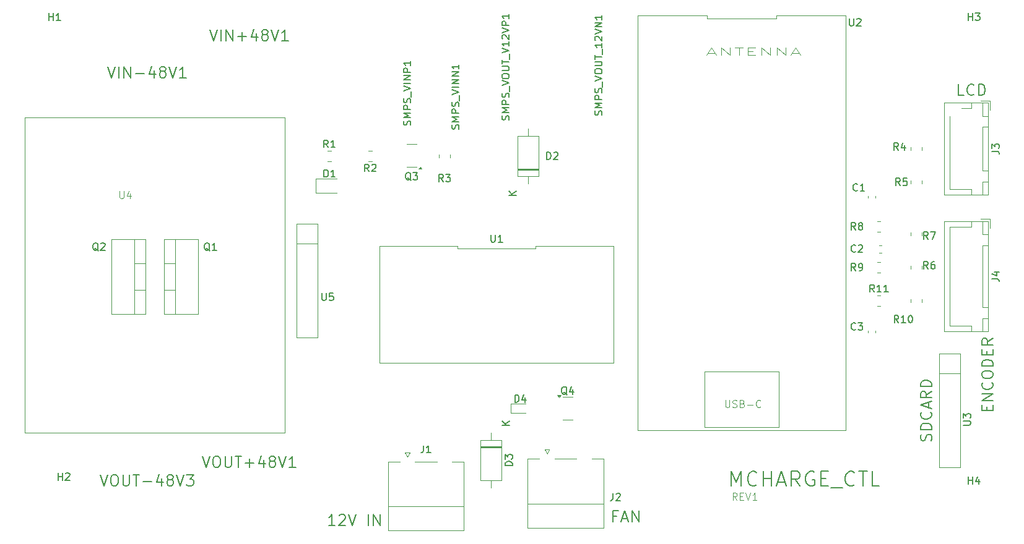
<source format=gbr>
%TF.GenerationSoftware,KiCad,Pcbnew,8.0.8+1*%
%TF.CreationDate,2025-02-28T13:08:23+11:00*%
%TF.ProjectId,mcharger_if,6d636861-7267-4657-925f-69662e6b6963,rev?*%
%TF.SameCoordinates,Original*%
%TF.FileFunction,Legend,Top*%
%TF.FilePolarity,Positive*%
%FSLAX46Y46*%
G04 Gerber Fmt 4.6, Leading zero omitted, Abs format (unit mm)*
G04 Created by KiCad (PCBNEW 8.0.8+1) date 2025-02-28 13:08:23*
%MOMM*%
%LPD*%
G01*
G04 APERTURE LIST*
%ADD10C,0.152400*%
%ADD11C,0.100000*%
%ADD12C,0.203200*%
%ADD13C,0.150000*%
%ADD14C,0.120000*%
G04 APERTURE END LIST*
D10*
X76445405Y-129345566D02*
X75574548Y-129345566D01*
X76009977Y-129345566D02*
X76009977Y-127821566D01*
X76009977Y-127821566D02*
X75864834Y-128039280D01*
X75864834Y-128039280D02*
X75719691Y-128184423D01*
X75719691Y-128184423D02*
X75574548Y-128256995D01*
X77025977Y-127966709D02*
X77098549Y-127894137D01*
X77098549Y-127894137D02*
X77243692Y-127821566D01*
X77243692Y-127821566D02*
X77606549Y-127821566D01*
X77606549Y-127821566D02*
X77751692Y-127894137D01*
X77751692Y-127894137D02*
X77824263Y-127966709D01*
X77824263Y-127966709D02*
X77896834Y-128111852D01*
X77896834Y-128111852D02*
X77896834Y-128256995D01*
X77896834Y-128256995D02*
X77824263Y-128474709D01*
X77824263Y-128474709D02*
X76953406Y-129345566D01*
X76953406Y-129345566D02*
X77896834Y-129345566D01*
X78332263Y-127821566D02*
X78840263Y-129345566D01*
X78840263Y-129345566D02*
X79348263Y-127821566D01*
X81017407Y-129345566D02*
X81017407Y-127821566D01*
X81743121Y-129345566D02*
X81743121Y-127821566D01*
X81743121Y-127821566D02*
X82613978Y-129345566D01*
X82613978Y-129345566D02*
X82613978Y-127821566D01*
D11*
X131431312Y-125856419D02*
X131097979Y-125380228D01*
X130859884Y-125856419D02*
X130859884Y-124856419D01*
X130859884Y-124856419D02*
X131240836Y-124856419D01*
X131240836Y-124856419D02*
X131336074Y-124904038D01*
X131336074Y-124904038D02*
X131383693Y-124951657D01*
X131383693Y-124951657D02*
X131431312Y-125046895D01*
X131431312Y-125046895D02*
X131431312Y-125189752D01*
X131431312Y-125189752D02*
X131383693Y-125284990D01*
X131383693Y-125284990D02*
X131336074Y-125332609D01*
X131336074Y-125332609D02*
X131240836Y-125380228D01*
X131240836Y-125380228D02*
X130859884Y-125380228D01*
X131859884Y-125332609D02*
X132193217Y-125332609D01*
X132336074Y-125856419D02*
X131859884Y-125856419D01*
X131859884Y-125856419D02*
X131859884Y-124856419D01*
X131859884Y-124856419D02*
X132336074Y-124856419D01*
X132621789Y-124856419D02*
X132955122Y-125856419D01*
X132955122Y-125856419D02*
X133288455Y-124856419D01*
X134145598Y-125856419D02*
X133574170Y-125856419D01*
X133859884Y-125856419D02*
X133859884Y-124856419D01*
X133859884Y-124856419D02*
X133764646Y-124999276D01*
X133764646Y-124999276D02*
X133669408Y-125094514D01*
X133669408Y-125094514D02*
X133574170Y-125142133D01*
D12*
X130665493Y-123946754D02*
X130665493Y-121914754D01*
X130665493Y-121914754D02*
X131342826Y-123366183D01*
X131342826Y-123366183D02*
X132020160Y-121914754D01*
X132020160Y-121914754D02*
X132020160Y-123946754D01*
X134148922Y-123753231D02*
X134052160Y-123849993D01*
X134052160Y-123849993D02*
X133761874Y-123946754D01*
X133761874Y-123946754D02*
X133568350Y-123946754D01*
X133568350Y-123946754D02*
X133278065Y-123849993D01*
X133278065Y-123849993D02*
X133084541Y-123656469D01*
X133084541Y-123656469D02*
X132987779Y-123462945D01*
X132987779Y-123462945D02*
X132891017Y-123075897D01*
X132891017Y-123075897D02*
X132891017Y-122785612D01*
X132891017Y-122785612D02*
X132987779Y-122398564D01*
X132987779Y-122398564D02*
X133084541Y-122205040D01*
X133084541Y-122205040D02*
X133278065Y-122011516D01*
X133278065Y-122011516D02*
X133568350Y-121914754D01*
X133568350Y-121914754D02*
X133761874Y-121914754D01*
X133761874Y-121914754D02*
X134052160Y-122011516D01*
X134052160Y-122011516D02*
X134148922Y-122108278D01*
X135019779Y-123946754D02*
X135019779Y-121914754D01*
X135019779Y-122882373D02*
X136180922Y-122882373D01*
X136180922Y-123946754D02*
X136180922Y-121914754D01*
X137051779Y-123366183D02*
X138019398Y-123366183D01*
X136858255Y-123946754D02*
X137535589Y-121914754D01*
X137535589Y-121914754D02*
X138212922Y-123946754D01*
X140051398Y-123946754D02*
X139374065Y-122979135D01*
X138890255Y-123946754D02*
X138890255Y-121914754D01*
X138890255Y-121914754D02*
X139664350Y-121914754D01*
X139664350Y-121914754D02*
X139857874Y-122011516D01*
X139857874Y-122011516D02*
X139954636Y-122108278D01*
X139954636Y-122108278D02*
X140051398Y-122301802D01*
X140051398Y-122301802D02*
X140051398Y-122592088D01*
X140051398Y-122592088D02*
X139954636Y-122785612D01*
X139954636Y-122785612D02*
X139857874Y-122882373D01*
X139857874Y-122882373D02*
X139664350Y-122979135D01*
X139664350Y-122979135D02*
X138890255Y-122979135D01*
X141986636Y-122011516D02*
X141793112Y-121914754D01*
X141793112Y-121914754D02*
X141502826Y-121914754D01*
X141502826Y-121914754D02*
X141212541Y-122011516D01*
X141212541Y-122011516D02*
X141019017Y-122205040D01*
X141019017Y-122205040D02*
X140922255Y-122398564D01*
X140922255Y-122398564D02*
X140825493Y-122785612D01*
X140825493Y-122785612D02*
X140825493Y-123075897D01*
X140825493Y-123075897D02*
X140922255Y-123462945D01*
X140922255Y-123462945D02*
X141019017Y-123656469D01*
X141019017Y-123656469D02*
X141212541Y-123849993D01*
X141212541Y-123849993D02*
X141502826Y-123946754D01*
X141502826Y-123946754D02*
X141696350Y-123946754D01*
X141696350Y-123946754D02*
X141986636Y-123849993D01*
X141986636Y-123849993D02*
X142083398Y-123753231D01*
X142083398Y-123753231D02*
X142083398Y-123075897D01*
X142083398Y-123075897D02*
X141696350Y-123075897D01*
X142954255Y-122882373D02*
X143631588Y-122882373D01*
X143921874Y-123946754D02*
X142954255Y-123946754D01*
X142954255Y-123946754D02*
X142954255Y-121914754D01*
X142954255Y-121914754D02*
X143921874Y-121914754D01*
X144308922Y-124140278D02*
X145857112Y-124140278D01*
X147502064Y-123753231D02*
X147405302Y-123849993D01*
X147405302Y-123849993D02*
X147115016Y-123946754D01*
X147115016Y-123946754D02*
X146921492Y-123946754D01*
X146921492Y-123946754D02*
X146631207Y-123849993D01*
X146631207Y-123849993D02*
X146437683Y-123656469D01*
X146437683Y-123656469D02*
X146340921Y-123462945D01*
X146340921Y-123462945D02*
X146244159Y-123075897D01*
X146244159Y-123075897D02*
X146244159Y-122785612D01*
X146244159Y-122785612D02*
X146340921Y-122398564D01*
X146340921Y-122398564D02*
X146437683Y-122205040D01*
X146437683Y-122205040D02*
X146631207Y-122011516D01*
X146631207Y-122011516D02*
X146921492Y-121914754D01*
X146921492Y-121914754D02*
X147115016Y-121914754D01*
X147115016Y-121914754D02*
X147405302Y-122011516D01*
X147405302Y-122011516D02*
X147502064Y-122108278D01*
X148082635Y-121914754D02*
X149243778Y-121914754D01*
X148663207Y-123946754D02*
X148663207Y-121914754D01*
X150888730Y-123946754D02*
X149921111Y-123946754D01*
X149921111Y-123946754D02*
X149921111Y-121914754D01*
D10*
X157974995Y-117719451D02*
X158047566Y-117501737D01*
X158047566Y-117501737D02*
X158047566Y-117138879D01*
X158047566Y-117138879D02*
X157974995Y-116993737D01*
X157974995Y-116993737D02*
X157902423Y-116921165D01*
X157902423Y-116921165D02*
X157757280Y-116848594D01*
X157757280Y-116848594D02*
X157612137Y-116848594D01*
X157612137Y-116848594D02*
X157466995Y-116921165D01*
X157466995Y-116921165D02*
X157394423Y-116993737D01*
X157394423Y-116993737D02*
X157321852Y-117138879D01*
X157321852Y-117138879D02*
X157249280Y-117429165D01*
X157249280Y-117429165D02*
X157176709Y-117574308D01*
X157176709Y-117574308D02*
X157104137Y-117646879D01*
X157104137Y-117646879D02*
X156958995Y-117719451D01*
X156958995Y-117719451D02*
X156813852Y-117719451D01*
X156813852Y-117719451D02*
X156668709Y-117646879D01*
X156668709Y-117646879D02*
X156596137Y-117574308D01*
X156596137Y-117574308D02*
X156523566Y-117429165D01*
X156523566Y-117429165D02*
X156523566Y-117066308D01*
X156523566Y-117066308D02*
X156596137Y-116848594D01*
X158047566Y-116195450D02*
X156523566Y-116195450D01*
X156523566Y-116195450D02*
X156523566Y-115832593D01*
X156523566Y-115832593D02*
X156596137Y-115614879D01*
X156596137Y-115614879D02*
X156741280Y-115469736D01*
X156741280Y-115469736D02*
X156886423Y-115397165D01*
X156886423Y-115397165D02*
X157176709Y-115324593D01*
X157176709Y-115324593D02*
X157394423Y-115324593D01*
X157394423Y-115324593D02*
X157684709Y-115397165D01*
X157684709Y-115397165D02*
X157829852Y-115469736D01*
X157829852Y-115469736D02*
X157974995Y-115614879D01*
X157974995Y-115614879D02*
X158047566Y-115832593D01*
X158047566Y-115832593D02*
X158047566Y-116195450D01*
X157902423Y-113800593D02*
X157974995Y-113873165D01*
X157974995Y-113873165D02*
X158047566Y-114090879D01*
X158047566Y-114090879D02*
X158047566Y-114236022D01*
X158047566Y-114236022D02*
X157974995Y-114453736D01*
X157974995Y-114453736D02*
X157829852Y-114598879D01*
X157829852Y-114598879D02*
X157684709Y-114671450D01*
X157684709Y-114671450D02*
X157394423Y-114744022D01*
X157394423Y-114744022D02*
X157176709Y-114744022D01*
X157176709Y-114744022D02*
X156886423Y-114671450D01*
X156886423Y-114671450D02*
X156741280Y-114598879D01*
X156741280Y-114598879D02*
X156596137Y-114453736D01*
X156596137Y-114453736D02*
X156523566Y-114236022D01*
X156523566Y-114236022D02*
X156523566Y-114090879D01*
X156523566Y-114090879D02*
X156596137Y-113873165D01*
X156596137Y-113873165D02*
X156668709Y-113800593D01*
X157612137Y-113220022D02*
X157612137Y-112494308D01*
X158047566Y-113365165D02*
X156523566Y-112857165D01*
X156523566Y-112857165D02*
X158047566Y-112349165D01*
X158047566Y-110970307D02*
X157321852Y-111478307D01*
X158047566Y-111841164D02*
X156523566Y-111841164D01*
X156523566Y-111841164D02*
X156523566Y-111260593D01*
X156523566Y-111260593D02*
X156596137Y-111115450D01*
X156596137Y-111115450D02*
X156668709Y-111042879D01*
X156668709Y-111042879D02*
X156813852Y-110970307D01*
X156813852Y-110970307D02*
X157031566Y-110970307D01*
X157031566Y-110970307D02*
X157176709Y-111042879D01*
X157176709Y-111042879D02*
X157249280Y-111115450D01*
X157249280Y-111115450D02*
X157321852Y-111260593D01*
X157321852Y-111260593D02*
X157321852Y-111841164D01*
X158047566Y-110317164D02*
X156523566Y-110317164D01*
X156523566Y-110317164D02*
X156523566Y-109954307D01*
X156523566Y-109954307D02*
X156596137Y-109736593D01*
X156596137Y-109736593D02*
X156741280Y-109591450D01*
X156741280Y-109591450D02*
X156886423Y-109518879D01*
X156886423Y-109518879D02*
X157176709Y-109446307D01*
X157176709Y-109446307D02*
X157394423Y-109446307D01*
X157394423Y-109446307D02*
X157684709Y-109518879D01*
X157684709Y-109518879D02*
X157829852Y-109591450D01*
X157829852Y-109591450D02*
X157974995Y-109736593D01*
X157974995Y-109736593D02*
X158047566Y-109954307D01*
X158047566Y-109954307D02*
X158047566Y-110317164D01*
X165631280Y-113582879D02*
X165631280Y-113074879D01*
X166429566Y-112857165D02*
X166429566Y-113582879D01*
X166429566Y-113582879D02*
X164905566Y-113582879D01*
X164905566Y-113582879D02*
X164905566Y-112857165D01*
X166429566Y-112204022D02*
X164905566Y-112204022D01*
X164905566Y-112204022D02*
X166429566Y-111333165D01*
X166429566Y-111333165D02*
X164905566Y-111333165D01*
X166284423Y-109736594D02*
X166356995Y-109809166D01*
X166356995Y-109809166D02*
X166429566Y-110026880D01*
X166429566Y-110026880D02*
X166429566Y-110172023D01*
X166429566Y-110172023D02*
X166356995Y-110389737D01*
X166356995Y-110389737D02*
X166211852Y-110534880D01*
X166211852Y-110534880D02*
X166066709Y-110607451D01*
X166066709Y-110607451D02*
X165776423Y-110680023D01*
X165776423Y-110680023D02*
X165558709Y-110680023D01*
X165558709Y-110680023D02*
X165268423Y-110607451D01*
X165268423Y-110607451D02*
X165123280Y-110534880D01*
X165123280Y-110534880D02*
X164978137Y-110389737D01*
X164978137Y-110389737D02*
X164905566Y-110172023D01*
X164905566Y-110172023D02*
X164905566Y-110026880D01*
X164905566Y-110026880D02*
X164978137Y-109809166D01*
X164978137Y-109809166D02*
X165050709Y-109736594D01*
X164905566Y-108793166D02*
X164905566Y-108502880D01*
X164905566Y-108502880D02*
X164978137Y-108357737D01*
X164978137Y-108357737D02*
X165123280Y-108212594D01*
X165123280Y-108212594D02*
X165413566Y-108140023D01*
X165413566Y-108140023D02*
X165921566Y-108140023D01*
X165921566Y-108140023D02*
X166211852Y-108212594D01*
X166211852Y-108212594D02*
X166356995Y-108357737D01*
X166356995Y-108357737D02*
X166429566Y-108502880D01*
X166429566Y-108502880D02*
X166429566Y-108793166D01*
X166429566Y-108793166D02*
X166356995Y-108938309D01*
X166356995Y-108938309D02*
X166211852Y-109083451D01*
X166211852Y-109083451D02*
X165921566Y-109156023D01*
X165921566Y-109156023D02*
X165413566Y-109156023D01*
X165413566Y-109156023D02*
X165123280Y-109083451D01*
X165123280Y-109083451D02*
X164978137Y-108938309D01*
X164978137Y-108938309D02*
X164905566Y-108793166D01*
X166429566Y-107486880D02*
X164905566Y-107486880D01*
X164905566Y-107486880D02*
X164905566Y-107124023D01*
X164905566Y-107124023D02*
X164978137Y-106906309D01*
X164978137Y-106906309D02*
X165123280Y-106761166D01*
X165123280Y-106761166D02*
X165268423Y-106688595D01*
X165268423Y-106688595D02*
X165558709Y-106616023D01*
X165558709Y-106616023D02*
X165776423Y-106616023D01*
X165776423Y-106616023D02*
X166066709Y-106688595D01*
X166066709Y-106688595D02*
X166211852Y-106761166D01*
X166211852Y-106761166D02*
X166356995Y-106906309D01*
X166356995Y-106906309D02*
X166429566Y-107124023D01*
X166429566Y-107124023D02*
X166429566Y-107486880D01*
X165631280Y-105962880D02*
X165631280Y-105454880D01*
X166429566Y-105237166D02*
X166429566Y-105962880D01*
X166429566Y-105962880D02*
X164905566Y-105962880D01*
X164905566Y-105962880D02*
X164905566Y-105237166D01*
X166429566Y-103713166D02*
X165703852Y-104221166D01*
X166429566Y-104584023D02*
X164905566Y-104584023D01*
X164905566Y-104584023D02*
X164905566Y-104003452D01*
X164905566Y-104003452D02*
X164978137Y-103858309D01*
X164978137Y-103858309D02*
X165050709Y-103785738D01*
X165050709Y-103785738D02*
X165195852Y-103713166D01*
X165195852Y-103713166D02*
X165413566Y-103713166D01*
X165413566Y-103713166D02*
X165558709Y-103785738D01*
X165558709Y-103785738D02*
X165631280Y-103858309D01*
X165631280Y-103858309D02*
X165703852Y-104003452D01*
X165703852Y-104003452D02*
X165703852Y-104584023D01*
X115017120Y-128039280D02*
X114509120Y-128039280D01*
X114509120Y-128837566D02*
X114509120Y-127313566D01*
X114509120Y-127313566D02*
X115234834Y-127313566D01*
X115742834Y-128402137D02*
X116468549Y-128402137D01*
X115597691Y-128837566D02*
X116105691Y-127313566D01*
X116105691Y-127313566D02*
X116613691Y-128837566D01*
X117121692Y-128837566D02*
X117121692Y-127313566D01*
X117121692Y-127313566D02*
X117992549Y-128837566D01*
X117992549Y-128837566D02*
X117992549Y-127313566D01*
X162478834Y-70417566D02*
X161753120Y-70417566D01*
X161753120Y-70417566D02*
X161753120Y-68893566D01*
X163857691Y-70272423D02*
X163785119Y-70344995D01*
X163785119Y-70344995D02*
X163567405Y-70417566D01*
X163567405Y-70417566D02*
X163422262Y-70417566D01*
X163422262Y-70417566D02*
X163204548Y-70344995D01*
X163204548Y-70344995D02*
X163059405Y-70199852D01*
X163059405Y-70199852D02*
X162986834Y-70054709D01*
X162986834Y-70054709D02*
X162914262Y-69764423D01*
X162914262Y-69764423D02*
X162914262Y-69546709D01*
X162914262Y-69546709D02*
X162986834Y-69256423D01*
X162986834Y-69256423D02*
X163059405Y-69111280D01*
X163059405Y-69111280D02*
X163204548Y-68966137D01*
X163204548Y-68966137D02*
X163422262Y-68893566D01*
X163422262Y-68893566D02*
X163567405Y-68893566D01*
X163567405Y-68893566D02*
X163785119Y-68966137D01*
X163785119Y-68966137D02*
X163857691Y-69038709D01*
X164510834Y-70417566D02*
X164510834Y-68893566D01*
X164510834Y-68893566D02*
X164873691Y-68893566D01*
X164873691Y-68893566D02*
X165091405Y-68966137D01*
X165091405Y-68966137D02*
X165236548Y-69111280D01*
X165236548Y-69111280D02*
X165309119Y-69256423D01*
X165309119Y-69256423D02*
X165381691Y-69546709D01*
X165381691Y-69546709D02*
X165381691Y-69764423D01*
X165381691Y-69764423D02*
X165309119Y-70054709D01*
X165309119Y-70054709D02*
X165236548Y-70199852D01*
X165236548Y-70199852D02*
X165091405Y-70344995D01*
X165091405Y-70344995D02*
X164873691Y-70417566D01*
X164873691Y-70417566D02*
X164510834Y-70417566D01*
X58311142Y-119833106D02*
X58819142Y-121357106D01*
X58819142Y-121357106D02*
X59327142Y-119833106D01*
X60125428Y-119833106D02*
X60415714Y-119833106D01*
X60415714Y-119833106D02*
X60560857Y-119905677D01*
X60560857Y-119905677D02*
X60706000Y-120050820D01*
X60706000Y-120050820D02*
X60778571Y-120341106D01*
X60778571Y-120341106D02*
X60778571Y-120849106D01*
X60778571Y-120849106D02*
X60706000Y-121139392D01*
X60706000Y-121139392D02*
X60560857Y-121284535D01*
X60560857Y-121284535D02*
X60415714Y-121357106D01*
X60415714Y-121357106D02*
X60125428Y-121357106D01*
X60125428Y-121357106D02*
X59980286Y-121284535D01*
X59980286Y-121284535D02*
X59835143Y-121139392D01*
X59835143Y-121139392D02*
X59762571Y-120849106D01*
X59762571Y-120849106D02*
X59762571Y-120341106D01*
X59762571Y-120341106D02*
X59835143Y-120050820D01*
X59835143Y-120050820D02*
X59980286Y-119905677D01*
X59980286Y-119905677D02*
X60125428Y-119833106D01*
X61431714Y-119833106D02*
X61431714Y-121066820D01*
X61431714Y-121066820D02*
X61504285Y-121211963D01*
X61504285Y-121211963D02*
X61576857Y-121284535D01*
X61576857Y-121284535D02*
X61721999Y-121357106D01*
X61721999Y-121357106D02*
X62012285Y-121357106D01*
X62012285Y-121357106D02*
X62157428Y-121284535D01*
X62157428Y-121284535D02*
X62229999Y-121211963D01*
X62229999Y-121211963D02*
X62302571Y-121066820D01*
X62302571Y-121066820D02*
X62302571Y-119833106D01*
X62810570Y-119833106D02*
X63681428Y-119833106D01*
X63245999Y-121357106D02*
X63245999Y-119833106D01*
X64189428Y-120776535D02*
X65350571Y-120776535D01*
X64769999Y-121357106D02*
X64769999Y-120195963D01*
X66729428Y-120341106D02*
X66729428Y-121357106D01*
X66366570Y-119760535D02*
X66003713Y-120849106D01*
X66003713Y-120849106D02*
X66947142Y-120849106D01*
X67745428Y-120486249D02*
X67600285Y-120413677D01*
X67600285Y-120413677D02*
X67527714Y-120341106D01*
X67527714Y-120341106D02*
X67455142Y-120195963D01*
X67455142Y-120195963D02*
X67455142Y-120123392D01*
X67455142Y-120123392D02*
X67527714Y-119978249D01*
X67527714Y-119978249D02*
X67600285Y-119905677D01*
X67600285Y-119905677D02*
X67745428Y-119833106D01*
X67745428Y-119833106D02*
X68035714Y-119833106D01*
X68035714Y-119833106D02*
X68180857Y-119905677D01*
X68180857Y-119905677D02*
X68253428Y-119978249D01*
X68253428Y-119978249D02*
X68325999Y-120123392D01*
X68325999Y-120123392D02*
X68325999Y-120195963D01*
X68325999Y-120195963D02*
X68253428Y-120341106D01*
X68253428Y-120341106D02*
X68180857Y-120413677D01*
X68180857Y-120413677D02*
X68035714Y-120486249D01*
X68035714Y-120486249D02*
X67745428Y-120486249D01*
X67745428Y-120486249D02*
X67600285Y-120558820D01*
X67600285Y-120558820D02*
X67527714Y-120631392D01*
X67527714Y-120631392D02*
X67455142Y-120776535D01*
X67455142Y-120776535D02*
X67455142Y-121066820D01*
X67455142Y-121066820D02*
X67527714Y-121211963D01*
X67527714Y-121211963D02*
X67600285Y-121284535D01*
X67600285Y-121284535D02*
X67745428Y-121357106D01*
X67745428Y-121357106D02*
X68035714Y-121357106D01*
X68035714Y-121357106D02*
X68180857Y-121284535D01*
X68180857Y-121284535D02*
X68253428Y-121211963D01*
X68253428Y-121211963D02*
X68325999Y-121066820D01*
X68325999Y-121066820D02*
X68325999Y-120776535D01*
X68325999Y-120776535D02*
X68253428Y-120631392D01*
X68253428Y-120631392D02*
X68180857Y-120558820D01*
X68180857Y-120558820D02*
X68035714Y-120486249D01*
X68761428Y-119833106D02*
X69269428Y-121357106D01*
X69269428Y-121357106D02*
X69777428Y-119833106D01*
X71083714Y-121357106D02*
X70212857Y-121357106D01*
X70648286Y-121357106D02*
X70648286Y-119833106D01*
X70648286Y-119833106D02*
X70503143Y-120050820D01*
X70503143Y-120050820D02*
X70358000Y-120195963D01*
X70358000Y-120195963D02*
X70212857Y-120268535D01*
D13*
X81113333Y-80844819D02*
X80780000Y-80368628D01*
X80541905Y-80844819D02*
X80541905Y-79844819D01*
X80541905Y-79844819D02*
X80922857Y-79844819D01*
X80922857Y-79844819D02*
X81018095Y-79892438D01*
X81018095Y-79892438D02*
X81065714Y-79940057D01*
X81065714Y-79940057D02*
X81113333Y-80035295D01*
X81113333Y-80035295D02*
X81113333Y-80178152D01*
X81113333Y-80178152D02*
X81065714Y-80273390D01*
X81065714Y-80273390D02*
X81018095Y-80321009D01*
X81018095Y-80321009D02*
X80922857Y-80368628D01*
X80922857Y-80368628D02*
X80541905Y-80368628D01*
X81494286Y-79940057D02*
X81541905Y-79892438D01*
X81541905Y-79892438D02*
X81637143Y-79844819D01*
X81637143Y-79844819D02*
X81875238Y-79844819D01*
X81875238Y-79844819D02*
X81970476Y-79892438D01*
X81970476Y-79892438D02*
X82018095Y-79940057D01*
X82018095Y-79940057D02*
X82065714Y-80035295D01*
X82065714Y-80035295D02*
X82065714Y-80130533D01*
X82065714Y-80130533D02*
X82018095Y-80273390D01*
X82018095Y-80273390D02*
X81446667Y-80844819D01*
X81446667Y-80844819D02*
X82065714Y-80844819D01*
X74676095Y-97498819D02*
X74676095Y-98308342D01*
X74676095Y-98308342D02*
X74723714Y-98403580D01*
X74723714Y-98403580D02*
X74771333Y-98451200D01*
X74771333Y-98451200D02*
X74866571Y-98498819D01*
X74866571Y-98498819D02*
X75057047Y-98498819D01*
X75057047Y-98498819D02*
X75152285Y-98451200D01*
X75152285Y-98451200D02*
X75199904Y-98403580D01*
X75199904Y-98403580D02*
X75247523Y-98308342D01*
X75247523Y-98308342D02*
X75247523Y-97498819D01*
X76199904Y-97498819D02*
X75723714Y-97498819D01*
X75723714Y-97498819D02*
X75676095Y-97975009D01*
X75676095Y-97975009D02*
X75723714Y-97927390D01*
X75723714Y-97927390D02*
X75818952Y-97879771D01*
X75818952Y-97879771D02*
X76057047Y-97879771D01*
X76057047Y-97879771D02*
X76152285Y-97927390D01*
X76152285Y-97927390D02*
X76199904Y-97975009D01*
X76199904Y-97975009D02*
X76247523Y-98070247D01*
X76247523Y-98070247D02*
X76247523Y-98308342D01*
X76247523Y-98308342D02*
X76199904Y-98403580D01*
X76199904Y-98403580D02*
X76152285Y-98451200D01*
X76152285Y-98451200D02*
X76057047Y-98498819D01*
X76057047Y-98498819D02*
X75818952Y-98498819D01*
X75818952Y-98498819D02*
X75723714Y-98451200D01*
X75723714Y-98451200D02*
X75676095Y-98403580D01*
X100229200Y-73786095D02*
X100276819Y-73643238D01*
X100276819Y-73643238D02*
X100276819Y-73405143D01*
X100276819Y-73405143D02*
X100229200Y-73309905D01*
X100229200Y-73309905D02*
X100181580Y-73262286D01*
X100181580Y-73262286D02*
X100086342Y-73214667D01*
X100086342Y-73214667D02*
X99991104Y-73214667D01*
X99991104Y-73214667D02*
X99895866Y-73262286D01*
X99895866Y-73262286D02*
X99848247Y-73309905D01*
X99848247Y-73309905D02*
X99800628Y-73405143D01*
X99800628Y-73405143D02*
X99753009Y-73595619D01*
X99753009Y-73595619D02*
X99705390Y-73690857D01*
X99705390Y-73690857D02*
X99657771Y-73738476D01*
X99657771Y-73738476D02*
X99562533Y-73786095D01*
X99562533Y-73786095D02*
X99467295Y-73786095D01*
X99467295Y-73786095D02*
X99372057Y-73738476D01*
X99372057Y-73738476D02*
X99324438Y-73690857D01*
X99324438Y-73690857D02*
X99276819Y-73595619D01*
X99276819Y-73595619D02*
X99276819Y-73357524D01*
X99276819Y-73357524D02*
X99324438Y-73214667D01*
X100276819Y-72786095D02*
X99276819Y-72786095D01*
X99276819Y-72786095D02*
X99991104Y-72452762D01*
X99991104Y-72452762D02*
X99276819Y-72119429D01*
X99276819Y-72119429D02*
X100276819Y-72119429D01*
X100276819Y-71643238D02*
X99276819Y-71643238D01*
X99276819Y-71643238D02*
X99276819Y-71262286D01*
X99276819Y-71262286D02*
X99324438Y-71167048D01*
X99324438Y-71167048D02*
X99372057Y-71119429D01*
X99372057Y-71119429D02*
X99467295Y-71071810D01*
X99467295Y-71071810D02*
X99610152Y-71071810D01*
X99610152Y-71071810D02*
X99705390Y-71119429D01*
X99705390Y-71119429D02*
X99753009Y-71167048D01*
X99753009Y-71167048D02*
X99800628Y-71262286D01*
X99800628Y-71262286D02*
X99800628Y-71643238D01*
X100229200Y-70690857D02*
X100276819Y-70548000D01*
X100276819Y-70548000D02*
X100276819Y-70309905D01*
X100276819Y-70309905D02*
X100229200Y-70214667D01*
X100229200Y-70214667D02*
X100181580Y-70167048D01*
X100181580Y-70167048D02*
X100086342Y-70119429D01*
X100086342Y-70119429D02*
X99991104Y-70119429D01*
X99991104Y-70119429D02*
X99895866Y-70167048D01*
X99895866Y-70167048D02*
X99848247Y-70214667D01*
X99848247Y-70214667D02*
X99800628Y-70309905D01*
X99800628Y-70309905D02*
X99753009Y-70500381D01*
X99753009Y-70500381D02*
X99705390Y-70595619D01*
X99705390Y-70595619D02*
X99657771Y-70643238D01*
X99657771Y-70643238D02*
X99562533Y-70690857D01*
X99562533Y-70690857D02*
X99467295Y-70690857D01*
X99467295Y-70690857D02*
X99372057Y-70643238D01*
X99372057Y-70643238D02*
X99324438Y-70595619D01*
X99324438Y-70595619D02*
X99276819Y-70500381D01*
X99276819Y-70500381D02*
X99276819Y-70262286D01*
X99276819Y-70262286D02*
X99324438Y-70119429D01*
X100372057Y-69928953D02*
X100372057Y-69167048D01*
X99276819Y-69071809D02*
X100276819Y-68738476D01*
X100276819Y-68738476D02*
X99276819Y-68405143D01*
X99276819Y-67881333D02*
X99276819Y-67690857D01*
X99276819Y-67690857D02*
X99324438Y-67595619D01*
X99324438Y-67595619D02*
X99419676Y-67500381D01*
X99419676Y-67500381D02*
X99610152Y-67452762D01*
X99610152Y-67452762D02*
X99943485Y-67452762D01*
X99943485Y-67452762D02*
X100133961Y-67500381D01*
X100133961Y-67500381D02*
X100229200Y-67595619D01*
X100229200Y-67595619D02*
X100276819Y-67690857D01*
X100276819Y-67690857D02*
X100276819Y-67881333D01*
X100276819Y-67881333D02*
X100229200Y-67976571D01*
X100229200Y-67976571D02*
X100133961Y-68071809D01*
X100133961Y-68071809D02*
X99943485Y-68119428D01*
X99943485Y-68119428D02*
X99610152Y-68119428D01*
X99610152Y-68119428D02*
X99419676Y-68071809D01*
X99419676Y-68071809D02*
X99324438Y-67976571D01*
X99324438Y-67976571D02*
X99276819Y-67881333D01*
X99276819Y-67024190D02*
X100086342Y-67024190D01*
X100086342Y-67024190D02*
X100181580Y-66976571D01*
X100181580Y-66976571D02*
X100229200Y-66928952D01*
X100229200Y-66928952D02*
X100276819Y-66833714D01*
X100276819Y-66833714D02*
X100276819Y-66643238D01*
X100276819Y-66643238D02*
X100229200Y-66548000D01*
X100229200Y-66548000D02*
X100181580Y-66500381D01*
X100181580Y-66500381D02*
X100086342Y-66452762D01*
X100086342Y-66452762D02*
X99276819Y-66452762D01*
X99276819Y-66119428D02*
X99276819Y-65548000D01*
X100276819Y-65833714D02*
X99276819Y-65833714D01*
X100372057Y-65452762D02*
X100372057Y-64690857D01*
X99276819Y-64595618D02*
X100276819Y-64262285D01*
X100276819Y-64262285D02*
X99276819Y-63928952D01*
X100276819Y-63071809D02*
X100276819Y-63643237D01*
X100276819Y-63357523D02*
X99276819Y-63357523D01*
X99276819Y-63357523D02*
X99419676Y-63452761D01*
X99419676Y-63452761D02*
X99514914Y-63547999D01*
X99514914Y-63547999D02*
X99562533Y-63643237D01*
X99372057Y-62690856D02*
X99324438Y-62643237D01*
X99324438Y-62643237D02*
X99276819Y-62547999D01*
X99276819Y-62547999D02*
X99276819Y-62309904D01*
X99276819Y-62309904D02*
X99324438Y-62214666D01*
X99324438Y-62214666D02*
X99372057Y-62167047D01*
X99372057Y-62167047D02*
X99467295Y-62119428D01*
X99467295Y-62119428D02*
X99562533Y-62119428D01*
X99562533Y-62119428D02*
X99705390Y-62167047D01*
X99705390Y-62167047D02*
X100276819Y-62738475D01*
X100276819Y-62738475D02*
X100276819Y-62119428D01*
X99276819Y-61833713D02*
X100276819Y-61500380D01*
X100276819Y-61500380D02*
X99276819Y-61167047D01*
X100276819Y-60833713D02*
X99276819Y-60833713D01*
X99276819Y-60833713D02*
X99276819Y-60452761D01*
X99276819Y-60452761D02*
X99324438Y-60357523D01*
X99324438Y-60357523D02*
X99372057Y-60309904D01*
X99372057Y-60309904D02*
X99467295Y-60262285D01*
X99467295Y-60262285D02*
X99610152Y-60262285D01*
X99610152Y-60262285D02*
X99705390Y-60309904D01*
X99705390Y-60309904D02*
X99753009Y-60357523D01*
X99753009Y-60357523D02*
X99800628Y-60452761D01*
X99800628Y-60452761D02*
X99800628Y-60833713D01*
X100276819Y-59309904D02*
X100276819Y-59881332D01*
X100276819Y-59595618D02*
X99276819Y-59595618D01*
X99276819Y-59595618D02*
X99419676Y-59690856D01*
X99419676Y-59690856D02*
X99514914Y-59786094D01*
X99514914Y-59786094D02*
X99562533Y-59881332D01*
X101053905Y-112438819D02*
X101053905Y-111438819D01*
X101053905Y-111438819D02*
X101292000Y-111438819D01*
X101292000Y-111438819D02*
X101434857Y-111486438D01*
X101434857Y-111486438D02*
X101530095Y-111581676D01*
X101530095Y-111581676D02*
X101577714Y-111676914D01*
X101577714Y-111676914D02*
X101625333Y-111867390D01*
X101625333Y-111867390D02*
X101625333Y-112010247D01*
X101625333Y-112010247D02*
X101577714Y-112200723D01*
X101577714Y-112200723D02*
X101530095Y-112295961D01*
X101530095Y-112295961D02*
X101434857Y-112391200D01*
X101434857Y-112391200D02*
X101292000Y-112438819D01*
X101292000Y-112438819D02*
X101053905Y-112438819D01*
X102482476Y-111772152D02*
X102482476Y-112438819D01*
X102244381Y-111391200D02*
X102006286Y-112105485D01*
X102006286Y-112105485D02*
X102625333Y-112105485D01*
X91273333Y-82242819D02*
X90940000Y-81766628D01*
X90701905Y-82242819D02*
X90701905Y-81242819D01*
X90701905Y-81242819D02*
X91082857Y-81242819D01*
X91082857Y-81242819D02*
X91178095Y-81290438D01*
X91178095Y-81290438D02*
X91225714Y-81338057D01*
X91225714Y-81338057D02*
X91273333Y-81433295D01*
X91273333Y-81433295D02*
X91273333Y-81576152D01*
X91273333Y-81576152D02*
X91225714Y-81671390D01*
X91225714Y-81671390D02*
X91178095Y-81719009D01*
X91178095Y-81719009D02*
X91082857Y-81766628D01*
X91082857Y-81766628D02*
X90701905Y-81766628D01*
X91606667Y-81242819D02*
X92225714Y-81242819D01*
X92225714Y-81242819D02*
X91892381Y-81623771D01*
X91892381Y-81623771D02*
X92035238Y-81623771D01*
X92035238Y-81623771D02*
X92130476Y-81671390D01*
X92130476Y-81671390D02*
X92178095Y-81719009D01*
X92178095Y-81719009D02*
X92225714Y-81814247D01*
X92225714Y-81814247D02*
X92225714Y-82052342D01*
X92225714Y-82052342D02*
X92178095Y-82147580D01*
X92178095Y-82147580D02*
X92130476Y-82195200D01*
X92130476Y-82195200D02*
X92035238Y-82242819D01*
X92035238Y-82242819D02*
X91749524Y-82242819D01*
X91749524Y-82242819D02*
X91654286Y-82195200D01*
X91654286Y-82195200D02*
X91606667Y-82147580D01*
X147915333Y-83417580D02*
X147867714Y-83465200D01*
X147867714Y-83465200D02*
X147724857Y-83512819D01*
X147724857Y-83512819D02*
X147629619Y-83512819D01*
X147629619Y-83512819D02*
X147486762Y-83465200D01*
X147486762Y-83465200D02*
X147391524Y-83369961D01*
X147391524Y-83369961D02*
X147343905Y-83274723D01*
X147343905Y-83274723D02*
X147296286Y-83084247D01*
X147296286Y-83084247D02*
X147296286Y-82941390D01*
X147296286Y-82941390D02*
X147343905Y-82750914D01*
X147343905Y-82750914D02*
X147391524Y-82655676D01*
X147391524Y-82655676D02*
X147486762Y-82560438D01*
X147486762Y-82560438D02*
X147629619Y-82512819D01*
X147629619Y-82512819D02*
X147724857Y-82512819D01*
X147724857Y-82512819D02*
X147867714Y-82560438D01*
X147867714Y-82560438D02*
X147915333Y-82608057D01*
X148867714Y-83512819D02*
X148296286Y-83512819D01*
X148582000Y-83512819D02*
X148582000Y-82512819D01*
X148582000Y-82512819D02*
X148486762Y-82655676D01*
X148486762Y-82655676D02*
X148391524Y-82750914D01*
X148391524Y-82750914D02*
X148296286Y-82798533D01*
X147661333Y-88846819D02*
X147328000Y-88370628D01*
X147089905Y-88846819D02*
X147089905Y-87846819D01*
X147089905Y-87846819D02*
X147470857Y-87846819D01*
X147470857Y-87846819D02*
X147566095Y-87894438D01*
X147566095Y-87894438D02*
X147613714Y-87942057D01*
X147613714Y-87942057D02*
X147661333Y-88037295D01*
X147661333Y-88037295D02*
X147661333Y-88180152D01*
X147661333Y-88180152D02*
X147613714Y-88275390D01*
X147613714Y-88275390D02*
X147566095Y-88323009D01*
X147566095Y-88323009D02*
X147470857Y-88370628D01*
X147470857Y-88370628D02*
X147089905Y-88370628D01*
X148232762Y-88275390D02*
X148137524Y-88227771D01*
X148137524Y-88227771D02*
X148089905Y-88180152D01*
X148089905Y-88180152D02*
X148042286Y-88084914D01*
X148042286Y-88084914D02*
X148042286Y-88037295D01*
X148042286Y-88037295D02*
X148089905Y-87942057D01*
X148089905Y-87942057D02*
X148137524Y-87894438D01*
X148137524Y-87894438D02*
X148232762Y-87846819D01*
X148232762Y-87846819D02*
X148423238Y-87846819D01*
X148423238Y-87846819D02*
X148518476Y-87894438D01*
X148518476Y-87894438D02*
X148566095Y-87942057D01*
X148566095Y-87942057D02*
X148613714Y-88037295D01*
X148613714Y-88037295D02*
X148613714Y-88084914D01*
X148613714Y-88084914D02*
X148566095Y-88180152D01*
X148566095Y-88180152D02*
X148518476Y-88227771D01*
X148518476Y-88227771D02*
X148423238Y-88275390D01*
X148423238Y-88275390D02*
X148232762Y-88275390D01*
X148232762Y-88275390D02*
X148137524Y-88323009D01*
X148137524Y-88323009D02*
X148089905Y-88370628D01*
X148089905Y-88370628D02*
X148042286Y-88465866D01*
X148042286Y-88465866D02*
X148042286Y-88656342D01*
X148042286Y-88656342D02*
X148089905Y-88751580D01*
X148089905Y-88751580D02*
X148137524Y-88799200D01*
X148137524Y-88799200D02*
X148232762Y-88846819D01*
X148232762Y-88846819D02*
X148423238Y-88846819D01*
X148423238Y-88846819D02*
X148518476Y-88799200D01*
X148518476Y-88799200D02*
X148566095Y-88751580D01*
X148566095Y-88751580D02*
X148613714Y-88656342D01*
X148613714Y-88656342D02*
X148613714Y-88465866D01*
X148613714Y-88465866D02*
X148566095Y-88370628D01*
X148566095Y-88370628D02*
X148518476Y-88323009D01*
X148518476Y-88323009D02*
X148423238Y-88275390D01*
X163068095Y-60154819D02*
X163068095Y-59154819D01*
X163068095Y-59631009D02*
X163639523Y-59631009D01*
X163639523Y-60154819D02*
X163639523Y-59154819D01*
X164020476Y-59154819D02*
X164639523Y-59154819D01*
X164639523Y-59154819D02*
X164306190Y-59535771D01*
X164306190Y-59535771D02*
X164449047Y-59535771D01*
X164449047Y-59535771D02*
X164544285Y-59583390D01*
X164544285Y-59583390D02*
X164591904Y-59631009D01*
X164591904Y-59631009D02*
X164639523Y-59726247D01*
X164639523Y-59726247D02*
X164639523Y-59964342D01*
X164639523Y-59964342D02*
X164591904Y-60059580D01*
X164591904Y-60059580D02*
X164544285Y-60107200D01*
X164544285Y-60107200D02*
X164449047Y-60154819D01*
X164449047Y-60154819D02*
X164163333Y-60154819D01*
X164163333Y-60154819D02*
X164068095Y-60107200D01*
X164068095Y-60107200D02*
X164020476Y-60059580D01*
X147661333Y-102467580D02*
X147613714Y-102515200D01*
X147613714Y-102515200D02*
X147470857Y-102562819D01*
X147470857Y-102562819D02*
X147375619Y-102562819D01*
X147375619Y-102562819D02*
X147232762Y-102515200D01*
X147232762Y-102515200D02*
X147137524Y-102419961D01*
X147137524Y-102419961D02*
X147089905Y-102324723D01*
X147089905Y-102324723D02*
X147042286Y-102134247D01*
X147042286Y-102134247D02*
X147042286Y-101991390D01*
X147042286Y-101991390D02*
X147089905Y-101800914D01*
X147089905Y-101800914D02*
X147137524Y-101705676D01*
X147137524Y-101705676D02*
X147232762Y-101610438D01*
X147232762Y-101610438D02*
X147375619Y-101562819D01*
X147375619Y-101562819D02*
X147470857Y-101562819D01*
X147470857Y-101562819D02*
X147613714Y-101610438D01*
X147613714Y-101610438D02*
X147661333Y-101658057D01*
X147994667Y-101562819D02*
X148613714Y-101562819D01*
X148613714Y-101562819D02*
X148280381Y-101943771D01*
X148280381Y-101943771D02*
X148423238Y-101943771D01*
X148423238Y-101943771D02*
X148518476Y-101991390D01*
X148518476Y-101991390D02*
X148566095Y-102039009D01*
X148566095Y-102039009D02*
X148613714Y-102134247D01*
X148613714Y-102134247D02*
X148613714Y-102372342D01*
X148613714Y-102372342D02*
X148566095Y-102467580D01*
X148566095Y-102467580D02*
X148518476Y-102515200D01*
X148518476Y-102515200D02*
X148423238Y-102562819D01*
X148423238Y-102562819D02*
X148137524Y-102562819D01*
X148137524Y-102562819D02*
X148042286Y-102515200D01*
X148042286Y-102515200D02*
X147994667Y-102467580D01*
X157567333Y-94180819D02*
X157234000Y-93704628D01*
X156995905Y-94180819D02*
X156995905Y-93180819D01*
X156995905Y-93180819D02*
X157376857Y-93180819D01*
X157376857Y-93180819D02*
X157472095Y-93228438D01*
X157472095Y-93228438D02*
X157519714Y-93276057D01*
X157519714Y-93276057D02*
X157567333Y-93371295D01*
X157567333Y-93371295D02*
X157567333Y-93514152D01*
X157567333Y-93514152D02*
X157519714Y-93609390D01*
X157519714Y-93609390D02*
X157472095Y-93657009D01*
X157472095Y-93657009D02*
X157376857Y-93704628D01*
X157376857Y-93704628D02*
X156995905Y-93704628D01*
X158424476Y-93180819D02*
X158234000Y-93180819D01*
X158234000Y-93180819D02*
X158138762Y-93228438D01*
X158138762Y-93228438D02*
X158091143Y-93276057D01*
X158091143Y-93276057D02*
X157995905Y-93418914D01*
X157995905Y-93418914D02*
X157948286Y-93609390D01*
X157948286Y-93609390D02*
X157948286Y-93990342D01*
X157948286Y-93990342D02*
X157995905Y-94085580D01*
X157995905Y-94085580D02*
X158043524Y-94133200D01*
X158043524Y-94133200D02*
X158138762Y-94180819D01*
X158138762Y-94180819D02*
X158329238Y-94180819D01*
X158329238Y-94180819D02*
X158424476Y-94133200D01*
X158424476Y-94133200D02*
X158472095Y-94085580D01*
X158472095Y-94085580D02*
X158519714Y-93990342D01*
X158519714Y-93990342D02*
X158519714Y-93752247D01*
X158519714Y-93752247D02*
X158472095Y-93657009D01*
X158472095Y-93657009D02*
X158424476Y-93609390D01*
X158424476Y-93609390D02*
X158329238Y-93561771D01*
X158329238Y-93561771D02*
X158138762Y-93561771D01*
X158138762Y-93561771D02*
X158043524Y-93609390D01*
X158043524Y-93609390D02*
X157995905Y-93657009D01*
X157995905Y-93657009D02*
X157948286Y-93752247D01*
X157567333Y-90116819D02*
X157234000Y-89640628D01*
X156995905Y-90116819D02*
X156995905Y-89116819D01*
X156995905Y-89116819D02*
X157376857Y-89116819D01*
X157376857Y-89116819D02*
X157472095Y-89164438D01*
X157472095Y-89164438D02*
X157519714Y-89212057D01*
X157519714Y-89212057D02*
X157567333Y-89307295D01*
X157567333Y-89307295D02*
X157567333Y-89450152D01*
X157567333Y-89450152D02*
X157519714Y-89545390D01*
X157519714Y-89545390D02*
X157472095Y-89593009D01*
X157472095Y-89593009D02*
X157376857Y-89640628D01*
X157376857Y-89640628D02*
X156995905Y-89640628D01*
X157900667Y-89116819D02*
X158567333Y-89116819D01*
X158567333Y-89116819D02*
X158138762Y-90116819D01*
X163068095Y-123654819D02*
X163068095Y-122654819D01*
X163068095Y-123131009D02*
X163639523Y-123131009D01*
X163639523Y-123654819D02*
X163639523Y-122654819D01*
X164544285Y-122988152D02*
X164544285Y-123654819D01*
X164306190Y-122607200D02*
X164068095Y-123321485D01*
X164068095Y-123321485D02*
X164687142Y-123321485D01*
X147661333Y-91799580D02*
X147613714Y-91847200D01*
X147613714Y-91847200D02*
X147470857Y-91894819D01*
X147470857Y-91894819D02*
X147375619Y-91894819D01*
X147375619Y-91894819D02*
X147232762Y-91847200D01*
X147232762Y-91847200D02*
X147137524Y-91751961D01*
X147137524Y-91751961D02*
X147089905Y-91656723D01*
X147089905Y-91656723D02*
X147042286Y-91466247D01*
X147042286Y-91466247D02*
X147042286Y-91323390D01*
X147042286Y-91323390D02*
X147089905Y-91132914D01*
X147089905Y-91132914D02*
X147137524Y-91037676D01*
X147137524Y-91037676D02*
X147232762Y-90942438D01*
X147232762Y-90942438D02*
X147375619Y-90894819D01*
X147375619Y-90894819D02*
X147470857Y-90894819D01*
X147470857Y-90894819D02*
X147613714Y-90942438D01*
X147613714Y-90942438D02*
X147661333Y-90990057D01*
X148042286Y-90990057D02*
X148089905Y-90942438D01*
X148089905Y-90942438D02*
X148185143Y-90894819D01*
X148185143Y-90894819D02*
X148423238Y-90894819D01*
X148423238Y-90894819D02*
X148518476Y-90942438D01*
X148518476Y-90942438D02*
X148566095Y-90990057D01*
X148566095Y-90990057D02*
X148613714Y-91085295D01*
X148613714Y-91085295D02*
X148613714Y-91180533D01*
X148613714Y-91180533D02*
X148566095Y-91323390D01*
X148566095Y-91323390D02*
X147994667Y-91894819D01*
X147994667Y-91894819D02*
X148613714Y-91894819D01*
X153535142Y-101546819D02*
X153201809Y-101070628D01*
X152963714Y-101546819D02*
X152963714Y-100546819D01*
X152963714Y-100546819D02*
X153344666Y-100546819D01*
X153344666Y-100546819D02*
X153439904Y-100594438D01*
X153439904Y-100594438D02*
X153487523Y-100642057D01*
X153487523Y-100642057D02*
X153535142Y-100737295D01*
X153535142Y-100737295D02*
X153535142Y-100880152D01*
X153535142Y-100880152D02*
X153487523Y-100975390D01*
X153487523Y-100975390D02*
X153439904Y-101023009D01*
X153439904Y-101023009D02*
X153344666Y-101070628D01*
X153344666Y-101070628D02*
X152963714Y-101070628D01*
X154487523Y-101546819D02*
X153916095Y-101546819D01*
X154201809Y-101546819D02*
X154201809Y-100546819D01*
X154201809Y-100546819D02*
X154106571Y-100689676D01*
X154106571Y-100689676D02*
X154011333Y-100784914D01*
X154011333Y-100784914D02*
X153916095Y-100832533D01*
X155106571Y-100546819D02*
X155201809Y-100546819D01*
X155201809Y-100546819D02*
X155297047Y-100594438D01*
X155297047Y-100594438D02*
X155344666Y-100642057D01*
X155344666Y-100642057D02*
X155392285Y-100737295D01*
X155392285Y-100737295D02*
X155439904Y-100927771D01*
X155439904Y-100927771D02*
X155439904Y-101165866D01*
X155439904Y-101165866D02*
X155392285Y-101356342D01*
X155392285Y-101356342D02*
X155344666Y-101451580D01*
X155344666Y-101451580D02*
X155297047Y-101499200D01*
X155297047Y-101499200D02*
X155201809Y-101546819D01*
X155201809Y-101546819D02*
X155106571Y-101546819D01*
X155106571Y-101546819D02*
X155011333Y-101499200D01*
X155011333Y-101499200D02*
X154963714Y-101451580D01*
X154963714Y-101451580D02*
X154916095Y-101356342D01*
X154916095Y-101356342D02*
X154868476Y-101165866D01*
X154868476Y-101165866D02*
X154868476Y-100927771D01*
X154868476Y-100927771D02*
X154916095Y-100737295D01*
X154916095Y-100737295D02*
X154963714Y-100642057D01*
X154963714Y-100642057D02*
X155011333Y-100594438D01*
X155011333Y-100594438D02*
X155106571Y-100546819D01*
X59340761Y-91736057D02*
X59245523Y-91688438D01*
X59245523Y-91688438D02*
X59150285Y-91593200D01*
X59150285Y-91593200D02*
X59007428Y-91450342D01*
X59007428Y-91450342D02*
X58912190Y-91402723D01*
X58912190Y-91402723D02*
X58816952Y-91402723D01*
X58864571Y-91640819D02*
X58769333Y-91593200D01*
X58769333Y-91593200D02*
X58674095Y-91497961D01*
X58674095Y-91497961D02*
X58626476Y-91307485D01*
X58626476Y-91307485D02*
X58626476Y-90974152D01*
X58626476Y-90974152D02*
X58674095Y-90783676D01*
X58674095Y-90783676D02*
X58769333Y-90688438D01*
X58769333Y-90688438D02*
X58864571Y-90640819D01*
X58864571Y-90640819D02*
X59055047Y-90640819D01*
X59055047Y-90640819D02*
X59150285Y-90688438D01*
X59150285Y-90688438D02*
X59245523Y-90783676D01*
X59245523Y-90783676D02*
X59293142Y-90974152D01*
X59293142Y-90974152D02*
X59293142Y-91307485D01*
X59293142Y-91307485D02*
X59245523Y-91497961D01*
X59245523Y-91497961D02*
X59150285Y-91593200D01*
X59150285Y-91593200D02*
X59055047Y-91640819D01*
X59055047Y-91640819D02*
X58864571Y-91640819D01*
X60245523Y-91640819D02*
X59674095Y-91640819D01*
X59959809Y-91640819D02*
X59959809Y-90640819D01*
X59959809Y-90640819D02*
X59864571Y-90783676D01*
X59864571Y-90783676D02*
X59769333Y-90878914D01*
X59769333Y-90878914D02*
X59674095Y-90926533D01*
X105433905Y-79194819D02*
X105433905Y-78194819D01*
X105433905Y-78194819D02*
X105672000Y-78194819D01*
X105672000Y-78194819D02*
X105814857Y-78242438D01*
X105814857Y-78242438D02*
X105910095Y-78337676D01*
X105910095Y-78337676D02*
X105957714Y-78432914D01*
X105957714Y-78432914D02*
X106005333Y-78623390D01*
X106005333Y-78623390D02*
X106005333Y-78766247D01*
X106005333Y-78766247D02*
X105957714Y-78956723D01*
X105957714Y-78956723D02*
X105910095Y-79051961D01*
X105910095Y-79051961D02*
X105814857Y-79147200D01*
X105814857Y-79147200D02*
X105672000Y-79194819D01*
X105672000Y-79194819D02*
X105433905Y-79194819D01*
X106386286Y-78290057D02*
X106433905Y-78242438D01*
X106433905Y-78242438D02*
X106529143Y-78194819D01*
X106529143Y-78194819D02*
X106767238Y-78194819D01*
X106767238Y-78194819D02*
X106862476Y-78242438D01*
X106862476Y-78242438D02*
X106910095Y-78290057D01*
X106910095Y-78290057D02*
X106957714Y-78385295D01*
X106957714Y-78385295D02*
X106957714Y-78480533D01*
X106957714Y-78480533D02*
X106910095Y-78623390D01*
X106910095Y-78623390D02*
X106338667Y-79194819D01*
X106338667Y-79194819D02*
X106957714Y-79194819D01*
X101224819Y-84081904D02*
X100224819Y-84081904D01*
X101224819Y-83510476D02*
X100653390Y-83939047D01*
X100224819Y-83510476D02*
X100796247Y-84081904D01*
X45357142Y-66483231D02*
X45865142Y-68007231D01*
X45865142Y-68007231D02*
X46373142Y-66483231D01*
X46881143Y-68007231D02*
X46881143Y-66483231D01*
X47606857Y-68007231D02*
X47606857Y-66483231D01*
X47606857Y-66483231D02*
X48477714Y-68007231D01*
X48477714Y-68007231D02*
X48477714Y-66483231D01*
X49203428Y-67426660D02*
X50364571Y-67426660D01*
X51743428Y-66991231D02*
X51743428Y-68007231D01*
X51380570Y-66410660D02*
X51017713Y-67499231D01*
X51017713Y-67499231D02*
X51961142Y-67499231D01*
X52759428Y-67136374D02*
X52614285Y-67063802D01*
X52614285Y-67063802D02*
X52541714Y-66991231D01*
X52541714Y-66991231D02*
X52469142Y-66846088D01*
X52469142Y-66846088D02*
X52469142Y-66773517D01*
X52469142Y-66773517D02*
X52541714Y-66628374D01*
X52541714Y-66628374D02*
X52614285Y-66555802D01*
X52614285Y-66555802D02*
X52759428Y-66483231D01*
X52759428Y-66483231D02*
X53049714Y-66483231D01*
X53049714Y-66483231D02*
X53194857Y-66555802D01*
X53194857Y-66555802D02*
X53267428Y-66628374D01*
X53267428Y-66628374D02*
X53339999Y-66773517D01*
X53339999Y-66773517D02*
X53339999Y-66846088D01*
X53339999Y-66846088D02*
X53267428Y-66991231D01*
X53267428Y-66991231D02*
X53194857Y-67063802D01*
X53194857Y-67063802D02*
X53049714Y-67136374D01*
X53049714Y-67136374D02*
X52759428Y-67136374D01*
X52759428Y-67136374D02*
X52614285Y-67208945D01*
X52614285Y-67208945D02*
X52541714Y-67281517D01*
X52541714Y-67281517D02*
X52469142Y-67426660D01*
X52469142Y-67426660D02*
X52469142Y-67716945D01*
X52469142Y-67716945D02*
X52541714Y-67862088D01*
X52541714Y-67862088D02*
X52614285Y-67934660D01*
X52614285Y-67934660D02*
X52759428Y-68007231D01*
X52759428Y-68007231D02*
X53049714Y-68007231D01*
X53049714Y-68007231D02*
X53194857Y-67934660D01*
X53194857Y-67934660D02*
X53267428Y-67862088D01*
X53267428Y-67862088D02*
X53339999Y-67716945D01*
X53339999Y-67716945D02*
X53339999Y-67426660D01*
X53339999Y-67426660D02*
X53267428Y-67281517D01*
X53267428Y-67281517D02*
X53194857Y-67208945D01*
X53194857Y-67208945D02*
X53049714Y-67136374D01*
X53775428Y-66483231D02*
X54283428Y-68007231D01*
X54283428Y-68007231D02*
X54791428Y-66483231D01*
X56097714Y-68007231D02*
X55226857Y-68007231D01*
X55662286Y-68007231D02*
X55662286Y-66483231D01*
X55662286Y-66483231D02*
X55517143Y-66700945D01*
X55517143Y-66700945D02*
X55372000Y-66846088D01*
X55372000Y-66846088D02*
X55226857Y-66918660D01*
X97790095Y-89514819D02*
X97790095Y-90324342D01*
X97790095Y-90324342D02*
X97837714Y-90419580D01*
X97837714Y-90419580D02*
X97885333Y-90467200D01*
X97885333Y-90467200D02*
X97980571Y-90514819D01*
X97980571Y-90514819D02*
X98171047Y-90514819D01*
X98171047Y-90514819D02*
X98266285Y-90467200D01*
X98266285Y-90467200D02*
X98313904Y-90419580D01*
X98313904Y-90419580D02*
X98361523Y-90324342D01*
X98361523Y-90324342D02*
X98361523Y-89514819D01*
X99361523Y-90514819D02*
X98790095Y-90514819D01*
X99075809Y-90514819D02*
X99075809Y-89514819D01*
X99075809Y-89514819D02*
X98980571Y-89657676D01*
X98980571Y-89657676D02*
X98885333Y-89752914D01*
X98885333Y-89752914D02*
X98790095Y-89800533D01*
X44100761Y-91736057D02*
X44005523Y-91688438D01*
X44005523Y-91688438D02*
X43910285Y-91593200D01*
X43910285Y-91593200D02*
X43767428Y-91450342D01*
X43767428Y-91450342D02*
X43672190Y-91402723D01*
X43672190Y-91402723D02*
X43576952Y-91402723D01*
X43624571Y-91640819D02*
X43529333Y-91593200D01*
X43529333Y-91593200D02*
X43434095Y-91497961D01*
X43434095Y-91497961D02*
X43386476Y-91307485D01*
X43386476Y-91307485D02*
X43386476Y-90974152D01*
X43386476Y-90974152D02*
X43434095Y-90783676D01*
X43434095Y-90783676D02*
X43529333Y-90688438D01*
X43529333Y-90688438D02*
X43624571Y-90640819D01*
X43624571Y-90640819D02*
X43815047Y-90640819D01*
X43815047Y-90640819D02*
X43910285Y-90688438D01*
X43910285Y-90688438D02*
X44005523Y-90783676D01*
X44005523Y-90783676D02*
X44053142Y-90974152D01*
X44053142Y-90974152D02*
X44053142Y-91307485D01*
X44053142Y-91307485D02*
X44005523Y-91497961D01*
X44005523Y-91497961D02*
X43910285Y-91593200D01*
X43910285Y-91593200D02*
X43815047Y-91640819D01*
X43815047Y-91640819D02*
X43624571Y-91640819D01*
X44434095Y-90736057D02*
X44481714Y-90688438D01*
X44481714Y-90688438D02*
X44576952Y-90640819D01*
X44576952Y-90640819D02*
X44815047Y-90640819D01*
X44815047Y-90640819D02*
X44910285Y-90688438D01*
X44910285Y-90688438D02*
X44957904Y-90736057D01*
X44957904Y-90736057D02*
X45005523Y-90831295D01*
X45005523Y-90831295D02*
X45005523Y-90926533D01*
X45005523Y-90926533D02*
X44957904Y-91069390D01*
X44957904Y-91069390D02*
X44386476Y-91640819D01*
X44386476Y-91640819D02*
X45005523Y-91640819D01*
X150217142Y-97356819D02*
X149883809Y-96880628D01*
X149645714Y-97356819D02*
X149645714Y-96356819D01*
X149645714Y-96356819D02*
X150026666Y-96356819D01*
X150026666Y-96356819D02*
X150121904Y-96404438D01*
X150121904Y-96404438D02*
X150169523Y-96452057D01*
X150169523Y-96452057D02*
X150217142Y-96547295D01*
X150217142Y-96547295D02*
X150217142Y-96690152D01*
X150217142Y-96690152D02*
X150169523Y-96785390D01*
X150169523Y-96785390D02*
X150121904Y-96833009D01*
X150121904Y-96833009D02*
X150026666Y-96880628D01*
X150026666Y-96880628D02*
X149645714Y-96880628D01*
X151169523Y-97356819D02*
X150598095Y-97356819D01*
X150883809Y-97356819D02*
X150883809Y-96356819D01*
X150883809Y-96356819D02*
X150788571Y-96499676D01*
X150788571Y-96499676D02*
X150693333Y-96594914D01*
X150693333Y-96594914D02*
X150598095Y-96642533D01*
X152121904Y-97356819D02*
X151550476Y-97356819D01*
X151836190Y-97356819D02*
X151836190Y-96356819D01*
X151836190Y-96356819D02*
X151740952Y-96499676D01*
X151740952Y-96499676D02*
X151645714Y-96594914D01*
X151645714Y-96594914D02*
X151550476Y-96642533D01*
X88566666Y-118374819D02*
X88566666Y-119089104D01*
X88566666Y-119089104D02*
X88519047Y-119231961D01*
X88519047Y-119231961D02*
X88423809Y-119327200D01*
X88423809Y-119327200D02*
X88280952Y-119374819D01*
X88280952Y-119374819D02*
X88185714Y-119374819D01*
X89566666Y-119374819D02*
X88995238Y-119374819D01*
X89280952Y-119374819D02*
X89280952Y-118374819D01*
X89280952Y-118374819D02*
X89185714Y-118517676D01*
X89185714Y-118517676D02*
X89090476Y-118612914D01*
X89090476Y-118612914D02*
X88995238Y-118660533D01*
X153503333Y-77924819D02*
X153170000Y-77448628D01*
X152931905Y-77924819D02*
X152931905Y-76924819D01*
X152931905Y-76924819D02*
X153312857Y-76924819D01*
X153312857Y-76924819D02*
X153408095Y-76972438D01*
X153408095Y-76972438D02*
X153455714Y-77020057D01*
X153455714Y-77020057D02*
X153503333Y-77115295D01*
X153503333Y-77115295D02*
X153503333Y-77258152D01*
X153503333Y-77258152D02*
X153455714Y-77353390D01*
X153455714Y-77353390D02*
X153408095Y-77401009D01*
X153408095Y-77401009D02*
X153312857Y-77448628D01*
X153312857Y-77448628D02*
X152931905Y-77448628D01*
X154360476Y-77258152D02*
X154360476Y-77924819D01*
X154122381Y-76877200D02*
X153884286Y-77591485D01*
X153884286Y-77591485D02*
X154503333Y-77591485D01*
X93371200Y-75016761D02*
X93418819Y-74873904D01*
X93418819Y-74873904D02*
X93418819Y-74635809D01*
X93418819Y-74635809D02*
X93371200Y-74540571D01*
X93371200Y-74540571D02*
X93323580Y-74492952D01*
X93323580Y-74492952D02*
X93228342Y-74445333D01*
X93228342Y-74445333D02*
X93133104Y-74445333D01*
X93133104Y-74445333D02*
X93037866Y-74492952D01*
X93037866Y-74492952D02*
X92990247Y-74540571D01*
X92990247Y-74540571D02*
X92942628Y-74635809D01*
X92942628Y-74635809D02*
X92895009Y-74826285D01*
X92895009Y-74826285D02*
X92847390Y-74921523D01*
X92847390Y-74921523D02*
X92799771Y-74969142D01*
X92799771Y-74969142D02*
X92704533Y-75016761D01*
X92704533Y-75016761D02*
X92609295Y-75016761D01*
X92609295Y-75016761D02*
X92514057Y-74969142D01*
X92514057Y-74969142D02*
X92466438Y-74921523D01*
X92466438Y-74921523D02*
X92418819Y-74826285D01*
X92418819Y-74826285D02*
X92418819Y-74588190D01*
X92418819Y-74588190D02*
X92466438Y-74445333D01*
X93418819Y-74016761D02*
X92418819Y-74016761D01*
X92418819Y-74016761D02*
X93133104Y-73683428D01*
X93133104Y-73683428D02*
X92418819Y-73350095D01*
X92418819Y-73350095D02*
X93418819Y-73350095D01*
X93418819Y-72873904D02*
X92418819Y-72873904D01*
X92418819Y-72873904D02*
X92418819Y-72492952D01*
X92418819Y-72492952D02*
X92466438Y-72397714D01*
X92466438Y-72397714D02*
X92514057Y-72350095D01*
X92514057Y-72350095D02*
X92609295Y-72302476D01*
X92609295Y-72302476D02*
X92752152Y-72302476D01*
X92752152Y-72302476D02*
X92847390Y-72350095D01*
X92847390Y-72350095D02*
X92895009Y-72397714D01*
X92895009Y-72397714D02*
X92942628Y-72492952D01*
X92942628Y-72492952D02*
X92942628Y-72873904D01*
X93371200Y-71921523D02*
X93418819Y-71778666D01*
X93418819Y-71778666D02*
X93418819Y-71540571D01*
X93418819Y-71540571D02*
X93371200Y-71445333D01*
X93371200Y-71445333D02*
X93323580Y-71397714D01*
X93323580Y-71397714D02*
X93228342Y-71350095D01*
X93228342Y-71350095D02*
X93133104Y-71350095D01*
X93133104Y-71350095D02*
X93037866Y-71397714D01*
X93037866Y-71397714D02*
X92990247Y-71445333D01*
X92990247Y-71445333D02*
X92942628Y-71540571D01*
X92942628Y-71540571D02*
X92895009Y-71731047D01*
X92895009Y-71731047D02*
X92847390Y-71826285D01*
X92847390Y-71826285D02*
X92799771Y-71873904D01*
X92799771Y-71873904D02*
X92704533Y-71921523D01*
X92704533Y-71921523D02*
X92609295Y-71921523D01*
X92609295Y-71921523D02*
X92514057Y-71873904D01*
X92514057Y-71873904D02*
X92466438Y-71826285D01*
X92466438Y-71826285D02*
X92418819Y-71731047D01*
X92418819Y-71731047D02*
X92418819Y-71492952D01*
X92418819Y-71492952D02*
X92466438Y-71350095D01*
X93514057Y-71159619D02*
X93514057Y-70397714D01*
X92418819Y-70302475D02*
X93418819Y-69969142D01*
X93418819Y-69969142D02*
X92418819Y-69635809D01*
X93418819Y-69302475D02*
X92418819Y-69302475D01*
X93418819Y-68826285D02*
X92418819Y-68826285D01*
X92418819Y-68826285D02*
X93418819Y-68254857D01*
X93418819Y-68254857D02*
X92418819Y-68254857D01*
X93418819Y-67778666D02*
X92418819Y-67778666D01*
X92418819Y-67778666D02*
X93418819Y-67207238D01*
X93418819Y-67207238D02*
X92418819Y-67207238D01*
X93418819Y-66207238D02*
X93418819Y-66778666D01*
X93418819Y-66492952D02*
X92418819Y-66492952D01*
X92418819Y-66492952D02*
X92561676Y-66588190D01*
X92561676Y-66588190D02*
X92656914Y-66683428D01*
X92656914Y-66683428D02*
X92704533Y-66778666D01*
X162382819Y-115569904D02*
X163192342Y-115569904D01*
X163192342Y-115569904D02*
X163287580Y-115522285D01*
X163287580Y-115522285D02*
X163335200Y-115474666D01*
X163335200Y-115474666D02*
X163382819Y-115379428D01*
X163382819Y-115379428D02*
X163382819Y-115188952D01*
X163382819Y-115188952D02*
X163335200Y-115093714D01*
X163335200Y-115093714D02*
X163287580Y-115046095D01*
X163287580Y-115046095D02*
X163192342Y-114998476D01*
X163192342Y-114998476D02*
X162382819Y-114998476D01*
X162382819Y-114617523D02*
X162382819Y-113998476D01*
X162382819Y-113998476D02*
X162763771Y-114331809D01*
X162763771Y-114331809D02*
X162763771Y-114188952D01*
X162763771Y-114188952D02*
X162811390Y-114093714D01*
X162811390Y-114093714D02*
X162859009Y-114046095D01*
X162859009Y-114046095D02*
X162954247Y-113998476D01*
X162954247Y-113998476D02*
X163192342Y-113998476D01*
X163192342Y-113998476D02*
X163287580Y-114046095D01*
X163287580Y-114046095D02*
X163335200Y-114093714D01*
X163335200Y-114093714D02*
X163382819Y-114188952D01*
X163382819Y-114188952D02*
X163382819Y-114474666D01*
X163382819Y-114474666D02*
X163335200Y-114569904D01*
X163335200Y-114569904D02*
X163287580Y-114617523D01*
X147661333Y-94434819D02*
X147328000Y-93958628D01*
X147089905Y-94434819D02*
X147089905Y-93434819D01*
X147089905Y-93434819D02*
X147470857Y-93434819D01*
X147470857Y-93434819D02*
X147566095Y-93482438D01*
X147566095Y-93482438D02*
X147613714Y-93530057D01*
X147613714Y-93530057D02*
X147661333Y-93625295D01*
X147661333Y-93625295D02*
X147661333Y-93768152D01*
X147661333Y-93768152D02*
X147613714Y-93863390D01*
X147613714Y-93863390D02*
X147566095Y-93911009D01*
X147566095Y-93911009D02*
X147470857Y-93958628D01*
X147470857Y-93958628D02*
X147089905Y-93958628D01*
X148137524Y-94434819D02*
X148328000Y-94434819D01*
X148328000Y-94434819D02*
X148423238Y-94387200D01*
X148423238Y-94387200D02*
X148470857Y-94339580D01*
X148470857Y-94339580D02*
X148566095Y-94196723D01*
X148566095Y-94196723D02*
X148613714Y-94006247D01*
X148613714Y-94006247D02*
X148613714Y-93625295D01*
X148613714Y-93625295D02*
X148566095Y-93530057D01*
X148566095Y-93530057D02*
X148518476Y-93482438D01*
X148518476Y-93482438D02*
X148423238Y-93434819D01*
X148423238Y-93434819D02*
X148232762Y-93434819D01*
X148232762Y-93434819D02*
X148137524Y-93482438D01*
X148137524Y-93482438D02*
X148089905Y-93530057D01*
X148089905Y-93530057D02*
X148042286Y-93625295D01*
X148042286Y-93625295D02*
X148042286Y-93863390D01*
X148042286Y-93863390D02*
X148089905Y-93958628D01*
X148089905Y-93958628D02*
X148137524Y-94006247D01*
X148137524Y-94006247D02*
X148232762Y-94053866D01*
X148232762Y-94053866D02*
X148423238Y-94053866D01*
X148423238Y-94053866D02*
X148518476Y-94006247D01*
X148518476Y-94006247D02*
X148566095Y-93958628D01*
X148566095Y-93958628D02*
X148613714Y-93863390D01*
X37338095Y-60154819D02*
X37338095Y-59154819D01*
X37338095Y-59631009D02*
X37909523Y-59631009D01*
X37909523Y-60154819D02*
X37909523Y-59154819D01*
X38909523Y-60154819D02*
X38338095Y-60154819D01*
X38623809Y-60154819D02*
X38623809Y-59154819D01*
X38623809Y-59154819D02*
X38528571Y-59297676D01*
X38528571Y-59297676D02*
X38433333Y-59392914D01*
X38433333Y-59392914D02*
X38338095Y-59440533D01*
X112929200Y-73127333D02*
X112976819Y-72984476D01*
X112976819Y-72984476D02*
X112976819Y-72746381D01*
X112976819Y-72746381D02*
X112929200Y-72651143D01*
X112929200Y-72651143D02*
X112881580Y-72603524D01*
X112881580Y-72603524D02*
X112786342Y-72555905D01*
X112786342Y-72555905D02*
X112691104Y-72555905D01*
X112691104Y-72555905D02*
X112595866Y-72603524D01*
X112595866Y-72603524D02*
X112548247Y-72651143D01*
X112548247Y-72651143D02*
X112500628Y-72746381D01*
X112500628Y-72746381D02*
X112453009Y-72936857D01*
X112453009Y-72936857D02*
X112405390Y-73032095D01*
X112405390Y-73032095D02*
X112357771Y-73079714D01*
X112357771Y-73079714D02*
X112262533Y-73127333D01*
X112262533Y-73127333D02*
X112167295Y-73127333D01*
X112167295Y-73127333D02*
X112072057Y-73079714D01*
X112072057Y-73079714D02*
X112024438Y-73032095D01*
X112024438Y-73032095D02*
X111976819Y-72936857D01*
X111976819Y-72936857D02*
X111976819Y-72698762D01*
X111976819Y-72698762D02*
X112024438Y-72555905D01*
X112976819Y-72127333D02*
X111976819Y-72127333D01*
X111976819Y-72127333D02*
X112691104Y-71794000D01*
X112691104Y-71794000D02*
X111976819Y-71460667D01*
X111976819Y-71460667D02*
X112976819Y-71460667D01*
X112976819Y-70984476D02*
X111976819Y-70984476D01*
X111976819Y-70984476D02*
X111976819Y-70603524D01*
X111976819Y-70603524D02*
X112024438Y-70508286D01*
X112024438Y-70508286D02*
X112072057Y-70460667D01*
X112072057Y-70460667D02*
X112167295Y-70413048D01*
X112167295Y-70413048D02*
X112310152Y-70413048D01*
X112310152Y-70413048D02*
X112405390Y-70460667D01*
X112405390Y-70460667D02*
X112453009Y-70508286D01*
X112453009Y-70508286D02*
X112500628Y-70603524D01*
X112500628Y-70603524D02*
X112500628Y-70984476D01*
X112929200Y-70032095D02*
X112976819Y-69889238D01*
X112976819Y-69889238D02*
X112976819Y-69651143D01*
X112976819Y-69651143D02*
X112929200Y-69555905D01*
X112929200Y-69555905D02*
X112881580Y-69508286D01*
X112881580Y-69508286D02*
X112786342Y-69460667D01*
X112786342Y-69460667D02*
X112691104Y-69460667D01*
X112691104Y-69460667D02*
X112595866Y-69508286D01*
X112595866Y-69508286D02*
X112548247Y-69555905D01*
X112548247Y-69555905D02*
X112500628Y-69651143D01*
X112500628Y-69651143D02*
X112453009Y-69841619D01*
X112453009Y-69841619D02*
X112405390Y-69936857D01*
X112405390Y-69936857D02*
X112357771Y-69984476D01*
X112357771Y-69984476D02*
X112262533Y-70032095D01*
X112262533Y-70032095D02*
X112167295Y-70032095D01*
X112167295Y-70032095D02*
X112072057Y-69984476D01*
X112072057Y-69984476D02*
X112024438Y-69936857D01*
X112024438Y-69936857D02*
X111976819Y-69841619D01*
X111976819Y-69841619D02*
X111976819Y-69603524D01*
X111976819Y-69603524D02*
X112024438Y-69460667D01*
X113072057Y-69270191D02*
X113072057Y-68508286D01*
X111976819Y-68413047D02*
X112976819Y-68079714D01*
X112976819Y-68079714D02*
X111976819Y-67746381D01*
X111976819Y-67222571D02*
X111976819Y-67032095D01*
X111976819Y-67032095D02*
X112024438Y-66936857D01*
X112024438Y-66936857D02*
X112119676Y-66841619D01*
X112119676Y-66841619D02*
X112310152Y-66794000D01*
X112310152Y-66794000D02*
X112643485Y-66794000D01*
X112643485Y-66794000D02*
X112833961Y-66841619D01*
X112833961Y-66841619D02*
X112929200Y-66936857D01*
X112929200Y-66936857D02*
X112976819Y-67032095D01*
X112976819Y-67032095D02*
X112976819Y-67222571D01*
X112976819Y-67222571D02*
X112929200Y-67317809D01*
X112929200Y-67317809D02*
X112833961Y-67413047D01*
X112833961Y-67413047D02*
X112643485Y-67460666D01*
X112643485Y-67460666D02*
X112310152Y-67460666D01*
X112310152Y-67460666D02*
X112119676Y-67413047D01*
X112119676Y-67413047D02*
X112024438Y-67317809D01*
X112024438Y-67317809D02*
X111976819Y-67222571D01*
X111976819Y-66365428D02*
X112786342Y-66365428D01*
X112786342Y-66365428D02*
X112881580Y-66317809D01*
X112881580Y-66317809D02*
X112929200Y-66270190D01*
X112929200Y-66270190D02*
X112976819Y-66174952D01*
X112976819Y-66174952D02*
X112976819Y-65984476D01*
X112976819Y-65984476D02*
X112929200Y-65889238D01*
X112929200Y-65889238D02*
X112881580Y-65841619D01*
X112881580Y-65841619D02*
X112786342Y-65794000D01*
X112786342Y-65794000D02*
X111976819Y-65794000D01*
X111976819Y-65460666D02*
X111976819Y-64889238D01*
X112976819Y-65174952D02*
X111976819Y-65174952D01*
X113072057Y-64794000D02*
X113072057Y-64032095D01*
X112976819Y-63270190D02*
X112976819Y-63841618D01*
X112976819Y-63555904D02*
X111976819Y-63555904D01*
X111976819Y-63555904D02*
X112119676Y-63651142D01*
X112119676Y-63651142D02*
X112214914Y-63746380D01*
X112214914Y-63746380D02*
X112262533Y-63841618D01*
X112072057Y-62889237D02*
X112024438Y-62841618D01*
X112024438Y-62841618D02*
X111976819Y-62746380D01*
X111976819Y-62746380D02*
X111976819Y-62508285D01*
X111976819Y-62508285D02*
X112024438Y-62413047D01*
X112024438Y-62413047D02*
X112072057Y-62365428D01*
X112072057Y-62365428D02*
X112167295Y-62317809D01*
X112167295Y-62317809D02*
X112262533Y-62317809D01*
X112262533Y-62317809D02*
X112405390Y-62365428D01*
X112405390Y-62365428D02*
X112976819Y-62936856D01*
X112976819Y-62936856D02*
X112976819Y-62317809D01*
X111976819Y-62032094D02*
X112976819Y-61698761D01*
X112976819Y-61698761D02*
X111976819Y-61365428D01*
X112976819Y-61032094D02*
X111976819Y-61032094D01*
X111976819Y-61032094D02*
X112976819Y-60460666D01*
X112976819Y-60460666D02*
X111976819Y-60460666D01*
X112976819Y-59460666D02*
X112976819Y-60032094D01*
X112976819Y-59746380D02*
X111976819Y-59746380D01*
X111976819Y-59746380D02*
X112119676Y-59841618D01*
X112119676Y-59841618D02*
X112214914Y-59936856D01*
X112214914Y-59936856D02*
X112262533Y-60032094D01*
X153757333Y-82766819D02*
X153424000Y-82290628D01*
X153185905Y-82766819D02*
X153185905Y-81766819D01*
X153185905Y-81766819D02*
X153566857Y-81766819D01*
X153566857Y-81766819D02*
X153662095Y-81814438D01*
X153662095Y-81814438D02*
X153709714Y-81862057D01*
X153709714Y-81862057D02*
X153757333Y-81957295D01*
X153757333Y-81957295D02*
X153757333Y-82100152D01*
X153757333Y-82100152D02*
X153709714Y-82195390D01*
X153709714Y-82195390D02*
X153662095Y-82243009D01*
X153662095Y-82243009D02*
X153566857Y-82290628D01*
X153566857Y-82290628D02*
X153185905Y-82290628D01*
X154662095Y-81766819D02*
X154185905Y-81766819D01*
X154185905Y-81766819D02*
X154138286Y-82243009D01*
X154138286Y-82243009D02*
X154185905Y-82195390D01*
X154185905Y-82195390D02*
X154281143Y-82147771D01*
X154281143Y-82147771D02*
X154519238Y-82147771D01*
X154519238Y-82147771D02*
X154614476Y-82195390D01*
X154614476Y-82195390D02*
X154662095Y-82243009D01*
X154662095Y-82243009D02*
X154709714Y-82338247D01*
X154709714Y-82338247D02*
X154709714Y-82576342D01*
X154709714Y-82576342D02*
X154662095Y-82671580D01*
X154662095Y-82671580D02*
X154614476Y-82719200D01*
X154614476Y-82719200D02*
X154519238Y-82766819D01*
X154519238Y-82766819D02*
X154281143Y-82766819D01*
X154281143Y-82766819D02*
X154185905Y-82719200D01*
X154185905Y-82719200D02*
X154138286Y-82671580D01*
X166294819Y-95543333D02*
X167009104Y-95543333D01*
X167009104Y-95543333D02*
X167151961Y-95590952D01*
X167151961Y-95590952D02*
X167247200Y-95686190D01*
X167247200Y-95686190D02*
X167294819Y-95829047D01*
X167294819Y-95829047D02*
X167294819Y-95924285D01*
X166628152Y-94638571D02*
X167294819Y-94638571D01*
X166247200Y-94876666D02*
X166961485Y-95114761D01*
X166961485Y-95114761D02*
X166961485Y-94495714D01*
X146812095Y-59906819D02*
X146812095Y-60716342D01*
X146812095Y-60716342D02*
X146859714Y-60811580D01*
X146859714Y-60811580D02*
X146907333Y-60859200D01*
X146907333Y-60859200D02*
X147002571Y-60906819D01*
X147002571Y-60906819D02*
X147193047Y-60906819D01*
X147193047Y-60906819D02*
X147288285Y-60859200D01*
X147288285Y-60859200D02*
X147335904Y-60811580D01*
X147335904Y-60811580D02*
X147383523Y-60716342D01*
X147383523Y-60716342D02*
X147383523Y-59906819D01*
X147812095Y-60002057D02*
X147859714Y-59954438D01*
X147859714Y-59954438D02*
X147954952Y-59906819D01*
X147954952Y-59906819D02*
X148193047Y-59906819D01*
X148193047Y-59906819D02*
X148288285Y-59954438D01*
X148288285Y-59954438D02*
X148335904Y-60002057D01*
X148335904Y-60002057D02*
X148383523Y-60097295D01*
X148383523Y-60097295D02*
X148383523Y-60192533D01*
X148383523Y-60192533D02*
X148335904Y-60335390D01*
X148335904Y-60335390D02*
X147764476Y-60906819D01*
X147764476Y-60906819D02*
X148383523Y-60906819D01*
D11*
X127452836Y-64610704D02*
X128420455Y-64610704D01*
X127259312Y-64896419D02*
X127936646Y-63896419D01*
X127936646Y-63896419D02*
X128613979Y-64896419D01*
X129291312Y-64896419D02*
X129291312Y-63896419D01*
X129291312Y-63896419D02*
X130452455Y-64896419D01*
X130452455Y-64896419D02*
X130452455Y-63896419D01*
X131129788Y-63896419D02*
X132290931Y-63896419D01*
X131710360Y-64896419D02*
X131710360Y-63896419D01*
X132968264Y-64372609D02*
X133645597Y-64372609D01*
X133935883Y-64896419D02*
X132968264Y-64896419D01*
X132968264Y-64896419D02*
X132968264Y-63896419D01*
X132968264Y-63896419D02*
X133935883Y-63896419D01*
X134806740Y-64896419D02*
X134806740Y-63896419D01*
X134806740Y-63896419D02*
X135967883Y-64896419D01*
X135967883Y-64896419D02*
X135967883Y-63896419D01*
X136935502Y-64896419D02*
X136935502Y-63896419D01*
X136935502Y-63896419D02*
X138096645Y-64896419D01*
X138096645Y-64896419D02*
X138096645Y-63896419D01*
X138967502Y-64610704D02*
X139935121Y-64610704D01*
X138773978Y-64896419D02*
X139451312Y-63896419D01*
X139451312Y-63896419D02*
X140128645Y-64896419D01*
X129843884Y-112156419D02*
X129843884Y-112965942D01*
X129843884Y-112965942D02*
X129891503Y-113061180D01*
X129891503Y-113061180D02*
X129939122Y-113108800D01*
X129939122Y-113108800D02*
X130034360Y-113156419D01*
X130034360Y-113156419D02*
X130224836Y-113156419D01*
X130224836Y-113156419D02*
X130320074Y-113108800D01*
X130320074Y-113108800D02*
X130367693Y-113061180D01*
X130367693Y-113061180D02*
X130415312Y-112965942D01*
X130415312Y-112965942D02*
X130415312Y-112156419D01*
X130843884Y-113108800D02*
X130986741Y-113156419D01*
X130986741Y-113156419D02*
X131224836Y-113156419D01*
X131224836Y-113156419D02*
X131320074Y-113108800D01*
X131320074Y-113108800D02*
X131367693Y-113061180D01*
X131367693Y-113061180D02*
X131415312Y-112965942D01*
X131415312Y-112965942D02*
X131415312Y-112870704D01*
X131415312Y-112870704D02*
X131367693Y-112775466D01*
X131367693Y-112775466D02*
X131320074Y-112727847D01*
X131320074Y-112727847D02*
X131224836Y-112680228D01*
X131224836Y-112680228D02*
X131034360Y-112632609D01*
X131034360Y-112632609D02*
X130939122Y-112584990D01*
X130939122Y-112584990D02*
X130891503Y-112537371D01*
X130891503Y-112537371D02*
X130843884Y-112442133D01*
X130843884Y-112442133D02*
X130843884Y-112346895D01*
X130843884Y-112346895D02*
X130891503Y-112251657D01*
X130891503Y-112251657D02*
X130939122Y-112204038D01*
X130939122Y-112204038D02*
X131034360Y-112156419D01*
X131034360Y-112156419D02*
X131272455Y-112156419D01*
X131272455Y-112156419D02*
X131415312Y-112204038D01*
X132177217Y-112632609D02*
X132320074Y-112680228D01*
X132320074Y-112680228D02*
X132367693Y-112727847D01*
X132367693Y-112727847D02*
X132415312Y-112823085D01*
X132415312Y-112823085D02*
X132415312Y-112965942D01*
X132415312Y-112965942D02*
X132367693Y-113061180D01*
X132367693Y-113061180D02*
X132320074Y-113108800D01*
X132320074Y-113108800D02*
X132224836Y-113156419D01*
X132224836Y-113156419D02*
X131843884Y-113156419D01*
X131843884Y-113156419D02*
X131843884Y-112156419D01*
X131843884Y-112156419D02*
X132177217Y-112156419D01*
X132177217Y-112156419D02*
X132272455Y-112204038D01*
X132272455Y-112204038D02*
X132320074Y-112251657D01*
X132320074Y-112251657D02*
X132367693Y-112346895D01*
X132367693Y-112346895D02*
X132367693Y-112442133D01*
X132367693Y-112442133D02*
X132320074Y-112537371D01*
X132320074Y-112537371D02*
X132272455Y-112584990D01*
X132272455Y-112584990D02*
X132177217Y-112632609D01*
X132177217Y-112632609D02*
X131843884Y-112632609D01*
X132843884Y-112775466D02*
X133605789Y-112775466D01*
X134653407Y-113061180D02*
X134605788Y-113108800D01*
X134605788Y-113108800D02*
X134462931Y-113156419D01*
X134462931Y-113156419D02*
X134367693Y-113156419D01*
X134367693Y-113156419D02*
X134224836Y-113108800D01*
X134224836Y-113108800D02*
X134129598Y-113013561D01*
X134129598Y-113013561D02*
X134081979Y-112918323D01*
X134081979Y-112918323D02*
X134034360Y-112727847D01*
X134034360Y-112727847D02*
X134034360Y-112584990D01*
X134034360Y-112584990D02*
X134081979Y-112394514D01*
X134081979Y-112394514D02*
X134129598Y-112299276D01*
X134129598Y-112299276D02*
X134224836Y-112204038D01*
X134224836Y-112204038D02*
X134367693Y-112156419D01*
X134367693Y-112156419D02*
X134462931Y-112156419D01*
X134462931Y-112156419D02*
X134605788Y-112204038D01*
X134605788Y-112204038D02*
X134653407Y-112251657D01*
D13*
X108187261Y-111434057D02*
X108092023Y-111386438D01*
X108092023Y-111386438D02*
X107996785Y-111291200D01*
X107996785Y-111291200D02*
X107853928Y-111148342D01*
X107853928Y-111148342D02*
X107758690Y-111100723D01*
X107758690Y-111100723D02*
X107663452Y-111100723D01*
X107711071Y-111338819D02*
X107615833Y-111291200D01*
X107615833Y-111291200D02*
X107520595Y-111195961D01*
X107520595Y-111195961D02*
X107472976Y-111005485D01*
X107472976Y-111005485D02*
X107472976Y-110672152D01*
X107472976Y-110672152D02*
X107520595Y-110481676D01*
X107520595Y-110481676D02*
X107615833Y-110386438D01*
X107615833Y-110386438D02*
X107711071Y-110338819D01*
X107711071Y-110338819D02*
X107901547Y-110338819D01*
X107901547Y-110338819D02*
X107996785Y-110386438D01*
X107996785Y-110386438D02*
X108092023Y-110481676D01*
X108092023Y-110481676D02*
X108139642Y-110672152D01*
X108139642Y-110672152D02*
X108139642Y-111005485D01*
X108139642Y-111005485D02*
X108092023Y-111195961D01*
X108092023Y-111195961D02*
X107996785Y-111291200D01*
X107996785Y-111291200D02*
X107901547Y-111338819D01*
X107901547Y-111338819D02*
X107711071Y-111338819D01*
X108996785Y-110672152D02*
X108996785Y-111338819D01*
X108758690Y-110291200D02*
X108520595Y-111005485D01*
X108520595Y-111005485D02*
X109139642Y-111005485D01*
X44341142Y-122373231D02*
X44849142Y-123897231D01*
X44849142Y-123897231D02*
X45357142Y-122373231D01*
X46155428Y-122373231D02*
X46445714Y-122373231D01*
X46445714Y-122373231D02*
X46590857Y-122445802D01*
X46590857Y-122445802D02*
X46736000Y-122590945D01*
X46736000Y-122590945D02*
X46808571Y-122881231D01*
X46808571Y-122881231D02*
X46808571Y-123389231D01*
X46808571Y-123389231D02*
X46736000Y-123679517D01*
X46736000Y-123679517D02*
X46590857Y-123824660D01*
X46590857Y-123824660D02*
X46445714Y-123897231D01*
X46445714Y-123897231D02*
X46155428Y-123897231D01*
X46155428Y-123897231D02*
X46010286Y-123824660D01*
X46010286Y-123824660D02*
X45865143Y-123679517D01*
X45865143Y-123679517D02*
X45792571Y-123389231D01*
X45792571Y-123389231D02*
X45792571Y-122881231D01*
X45792571Y-122881231D02*
X45865143Y-122590945D01*
X45865143Y-122590945D02*
X46010286Y-122445802D01*
X46010286Y-122445802D02*
X46155428Y-122373231D01*
X47461714Y-122373231D02*
X47461714Y-123606945D01*
X47461714Y-123606945D02*
X47534285Y-123752088D01*
X47534285Y-123752088D02*
X47606857Y-123824660D01*
X47606857Y-123824660D02*
X47751999Y-123897231D01*
X47751999Y-123897231D02*
X48042285Y-123897231D01*
X48042285Y-123897231D02*
X48187428Y-123824660D01*
X48187428Y-123824660D02*
X48259999Y-123752088D01*
X48259999Y-123752088D02*
X48332571Y-123606945D01*
X48332571Y-123606945D02*
X48332571Y-122373231D01*
X48840570Y-122373231D02*
X49711428Y-122373231D01*
X49275999Y-123897231D02*
X49275999Y-122373231D01*
X50219428Y-123316660D02*
X51380571Y-123316660D01*
X52759428Y-122881231D02*
X52759428Y-123897231D01*
X52396570Y-122300660D02*
X52033713Y-123389231D01*
X52033713Y-123389231D02*
X52977142Y-123389231D01*
X53775428Y-123026374D02*
X53630285Y-122953802D01*
X53630285Y-122953802D02*
X53557714Y-122881231D01*
X53557714Y-122881231D02*
X53485142Y-122736088D01*
X53485142Y-122736088D02*
X53485142Y-122663517D01*
X53485142Y-122663517D02*
X53557714Y-122518374D01*
X53557714Y-122518374D02*
X53630285Y-122445802D01*
X53630285Y-122445802D02*
X53775428Y-122373231D01*
X53775428Y-122373231D02*
X54065714Y-122373231D01*
X54065714Y-122373231D02*
X54210857Y-122445802D01*
X54210857Y-122445802D02*
X54283428Y-122518374D01*
X54283428Y-122518374D02*
X54355999Y-122663517D01*
X54355999Y-122663517D02*
X54355999Y-122736088D01*
X54355999Y-122736088D02*
X54283428Y-122881231D01*
X54283428Y-122881231D02*
X54210857Y-122953802D01*
X54210857Y-122953802D02*
X54065714Y-123026374D01*
X54065714Y-123026374D02*
X53775428Y-123026374D01*
X53775428Y-123026374D02*
X53630285Y-123098945D01*
X53630285Y-123098945D02*
X53557714Y-123171517D01*
X53557714Y-123171517D02*
X53485142Y-123316660D01*
X53485142Y-123316660D02*
X53485142Y-123606945D01*
X53485142Y-123606945D02*
X53557714Y-123752088D01*
X53557714Y-123752088D02*
X53630285Y-123824660D01*
X53630285Y-123824660D02*
X53775428Y-123897231D01*
X53775428Y-123897231D02*
X54065714Y-123897231D01*
X54065714Y-123897231D02*
X54210857Y-123824660D01*
X54210857Y-123824660D02*
X54283428Y-123752088D01*
X54283428Y-123752088D02*
X54355999Y-123606945D01*
X54355999Y-123606945D02*
X54355999Y-123316660D01*
X54355999Y-123316660D02*
X54283428Y-123171517D01*
X54283428Y-123171517D02*
X54210857Y-123098945D01*
X54210857Y-123098945D02*
X54065714Y-123026374D01*
X54791428Y-122373231D02*
X55299428Y-123897231D01*
X55299428Y-123897231D02*
X55807428Y-122373231D01*
X56170286Y-122373231D02*
X57113714Y-122373231D01*
X57113714Y-122373231D02*
X56605714Y-122953802D01*
X56605714Y-122953802D02*
X56823429Y-122953802D01*
X56823429Y-122953802D02*
X56968572Y-123026374D01*
X56968572Y-123026374D02*
X57041143Y-123098945D01*
X57041143Y-123098945D02*
X57113714Y-123244088D01*
X57113714Y-123244088D02*
X57113714Y-123606945D01*
X57113714Y-123606945D02*
X57041143Y-123752088D01*
X57041143Y-123752088D02*
X56968572Y-123824660D01*
X56968572Y-123824660D02*
X56823429Y-123897231D01*
X56823429Y-123897231D02*
X56388000Y-123897231D01*
X56388000Y-123897231D02*
X56242857Y-123824660D01*
X56242857Y-123824660D02*
X56170286Y-123752088D01*
X100714819Y-121134094D02*
X99714819Y-121134094D01*
X99714819Y-121134094D02*
X99714819Y-120895999D01*
X99714819Y-120895999D02*
X99762438Y-120753142D01*
X99762438Y-120753142D02*
X99857676Y-120657904D01*
X99857676Y-120657904D02*
X99952914Y-120610285D01*
X99952914Y-120610285D02*
X100143390Y-120562666D01*
X100143390Y-120562666D02*
X100286247Y-120562666D01*
X100286247Y-120562666D02*
X100476723Y-120610285D01*
X100476723Y-120610285D02*
X100571961Y-120657904D01*
X100571961Y-120657904D02*
X100667200Y-120753142D01*
X100667200Y-120753142D02*
X100714819Y-120895999D01*
X100714819Y-120895999D02*
X100714819Y-121134094D01*
X99714819Y-120229332D02*
X99714819Y-119610285D01*
X99714819Y-119610285D02*
X100095771Y-119943618D01*
X100095771Y-119943618D02*
X100095771Y-119800761D01*
X100095771Y-119800761D02*
X100143390Y-119705523D01*
X100143390Y-119705523D02*
X100191009Y-119657904D01*
X100191009Y-119657904D02*
X100286247Y-119610285D01*
X100286247Y-119610285D02*
X100524342Y-119610285D01*
X100524342Y-119610285D02*
X100619580Y-119657904D01*
X100619580Y-119657904D02*
X100667200Y-119705523D01*
X100667200Y-119705523D02*
X100714819Y-119800761D01*
X100714819Y-119800761D02*
X100714819Y-120086475D01*
X100714819Y-120086475D02*
X100667200Y-120181713D01*
X100667200Y-120181713D02*
X100619580Y-120229332D01*
X100344819Y-115577904D02*
X99344819Y-115577904D01*
X100344819Y-115006476D02*
X99773390Y-115435047D01*
X99344819Y-115006476D02*
X99916247Y-115577904D01*
X75525333Y-77544819D02*
X75192000Y-77068628D01*
X74953905Y-77544819D02*
X74953905Y-76544819D01*
X74953905Y-76544819D02*
X75334857Y-76544819D01*
X75334857Y-76544819D02*
X75430095Y-76592438D01*
X75430095Y-76592438D02*
X75477714Y-76640057D01*
X75477714Y-76640057D02*
X75525333Y-76735295D01*
X75525333Y-76735295D02*
X75525333Y-76878152D01*
X75525333Y-76878152D02*
X75477714Y-76973390D01*
X75477714Y-76973390D02*
X75430095Y-77021009D01*
X75430095Y-77021009D02*
X75334857Y-77068628D01*
X75334857Y-77068628D02*
X74953905Y-77068628D01*
X76477714Y-77544819D02*
X75906286Y-77544819D01*
X76192000Y-77544819D02*
X76192000Y-76544819D01*
X76192000Y-76544819D02*
X76096762Y-76687676D01*
X76096762Y-76687676D02*
X76001524Y-76782914D01*
X76001524Y-76782914D02*
X75906286Y-76830533D01*
X59327142Y-61413231D02*
X59835142Y-62937231D01*
X59835142Y-62937231D02*
X60343142Y-61413231D01*
X60851143Y-62937231D02*
X60851143Y-61413231D01*
X61576857Y-62937231D02*
X61576857Y-61413231D01*
X61576857Y-61413231D02*
X62447714Y-62937231D01*
X62447714Y-62937231D02*
X62447714Y-61413231D01*
X63173428Y-62356660D02*
X64334571Y-62356660D01*
X63753999Y-62937231D02*
X63753999Y-61776088D01*
X65713428Y-61921231D02*
X65713428Y-62937231D01*
X65350570Y-61340660D02*
X64987713Y-62429231D01*
X64987713Y-62429231D02*
X65931142Y-62429231D01*
X66729428Y-62066374D02*
X66584285Y-61993802D01*
X66584285Y-61993802D02*
X66511714Y-61921231D01*
X66511714Y-61921231D02*
X66439142Y-61776088D01*
X66439142Y-61776088D02*
X66439142Y-61703517D01*
X66439142Y-61703517D02*
X66511714Y-61558374D01*
X66511714Y-61558374D02*
X66584285Y-61485802D01*
X66584285Y-61485802D02*
X66729428Y-61413231D01*
X66729428Y-61413231D02*
X67019714Y-61413231D01*
X67019714Y-61413231D02*
X67164857Y-61485802D01*
X67164857Y-61485802D02*
X67237428Y-61558374D01*
X67237428Y-61558374D02*
X67309999Y-61703517D01*
X67309999Y-61703517D02*
X67309999Y-61776088D01*
X67309999Y-61776088D02*
X67237428Y-61921231D01*
X67237428Y-61921231D02*
X67164857Y-61993802D01*
X67164857Y-61993802D02*
X67019714Y-62066374D01*
X67019714Y-62066374D02*
X66729428Y-62066374D01*
X66729428Y-62066374D02*
X66584285Y-62138945D01*
X66584285Y-62138945D02*
X66511714Y-62211517D01*
X66511714Y-62211517D02*
X66439142Y-62356660D01*
X66439142Y-62356660D02*
X66439142Y-62646945D01*
X66439142Y-62646945D02*
X66511714Y-62792088D01*
X66511714Y-62792088D02*
X66584285Y-62864660D01*
X66584285Y-62864660D02*
X66729428Y-62937231D01*
X66729428Y-62937231D02*
X67019714Y-62937231D01*
X67019714Y-62937231D02*
X67164857Y-62864660D01*
X67164857Y-62864660D02*
X67237428Y-62792088D01*
X67237428Y-62792088D02*
X67309999Y-62646945D01*
X67309999Y-62646945D02*
X67309999Y-62356660D01*
X67309999Y-62356660D02*
X67237428Y-62211517D01*
X67237428Y-62211517D02*
X67164857Y-62138945D01*
X67164857Y-62138945D02*
X67019714Y-62066374D01*
X67745428Y-61413231D02*
X68253428Y-62937231D01*
X68253428Y-62937231D02*
X68761428Y-61413231D01*
X70067714Y-62937231D02*
X69196857Y-62937231D01*
X69632286Y-62937231D02*
X69632286Y-61413231D01*
X69632286Y-61413231D02*
X69487143Y-61630945D01*
X69487143Y-61630945D02*
X69342000Y-61776088D01*
X69342000Y-61776088D02*
X69196857Y-61848660D01*
X166294819Y-78073333D02*
X167009104Y-78073333D01*
X167009104Y-78073333D02*
X167151961Y-78120952D01*
X167151961Y-78120952D02*
X167247200Y-78216190D01*
X167247200Y-78216190D02*
X167294819Y-78359047D01*
X167294819Y-78359047D02*
X167294819Y-78454285D01*
X166294819Y-77692380D02*
X166294819Y-77073333D01*
X166294819Y-77073333D02*
X166675771Y-77406666D01*
X166675771Y-77406666D02*
X166675771Y-77263809D01*
X166675771Y-77263809D02*
X166723390Y-77168571D01*
X166723390Y-77168571D02*
X166771009Y-77120952D01*
X166771009Y-77120952D02*
X166866247Y-77073333D01*
X166866247Y-77073333D02*
X167104342Y-77073333D01*
X167104342Y-77073333D02*
X167199580Y-77120952D01*
X167199580Y-77120952D02*
X167247200Y-77168571D01*
X167247200Y-77168571D02*
X167294819Y-77263809D01*
X167294819Y-77263809D02*
X167294819Y-77549523D01*
X167294819Y-77549523D02*
X167247200Y-77644761D01*
X167247200Y-77644761D02*
X167199580Y-77692380D01*
X74962905Y-81608819D02*
X74962905Y-80608819D01*
X74962905Y-80608819D02*
X75201000Y-80608819D01*
X75201000Y-80608819D02*
X75343857Y-80656438D01*
X75343857Y-80656438D02*
X75439095Y-80751676D01*
X75439095Y-80751676D02*
X75486714Y-80846914D01*
X75486714Y-80846914D02*
X75534333Y-81037390D01*
X75534333Y-81037390D02*
X75534333Y-81180247D01*
X75534333Y-81180247D02*
X75486714Y-81370723D01*
X75486714Y-81370723D02*
X75439095Y-81465961D01*
X75439095Y-81465961D02*
X75343857Y-81561200D01*
X75343857Y-81561200D02*
X75201000Y-81608819D01*
X75201000Y-81608819D02*
X74962905Y-81608819D01*
X76486714Y-81608819D02*
X75915286Y-81608819D01*
X76201000Y-81608819D02*
X76201000Y-80608819D01*
X76201000Y-80608819D02*
X76105762Y-80751676D01*
X76105762Y-80751676D02*
X76010524Y-80846914D01*
X76010524Y-80846914D02*
X75915286Y-80894533D01*
D11*
X46990095Y-83531419D02*
X46990095Y-84340942D01*
X46990095Y-84340942D02*
X47037714Y-84436180D01*
X47037714Y-84436180D02*
X47085333Y-84483800D01*
X47085333Y-84483800D02*
X47180571Y-84531419D01*
X47180571Y-84531419D02*
X47371047Y-84531419D01*
X47371047Y-84531419D02*
X47466285Y-84483800D01*
X47466285Y-84483800D02*
X47513904Y-84436180D01*
X47513904Y-84436180D02*
X47561523Y-84340942D01*
X47561523Y-84340942D02*
X47561523Y-83531419D01*
X48466285Y-83864752D02*
X48466285Y-84531419D01*
X48228190Y-83483800D02*
X47990095Y-84198085D01*
X47990095Y-84198085D02*
X48609142Y-84198085D01*
D13*
X86851261Y-82084057D02*
X86756023Y-82036438D01*
X86756023Y-82036438D02*
X86660785Y-81941200D01*
X86660785Y-81941200D02*
X86517928Y-81798342D01*
X86517928Y-81798342D02*
X86422690Y-81750723D01*
X86422690Y-81750723D02*
X86327452Y-81750723D01*
X86375071Y-81988819D02*
X86279833Y-81941200D01*
X86279833Y-81941200D02*
X86184595Y-81845961D01*
X86184595Y-81845961D02*
X86136976Y-81655485D01*
X86136976Y-81655485D02*
X86136976Y-81322152D01*
X86136976Y-81322152D02*
X86184595Y-81131676D01*
X86184595Y-81131676D02*
X86279833Y-81036438D01*
X86279833Y-81036438D02*
X86375071Y-80988819D01*
X86375071Y-80988819D02*
X86565547Y-80988819D01*
X86565547Y-80988819D02*
X86660785Y-81036438D01*
X86660785Y-81036438D02*
X86756023Y-81131676D01*
X86756023Y-81131676D02*
X86803642Y-81322152D01*
X86803642Y-81322152D02*
X86803642Y-81655485D01*
X86803642Y-81655485D02*
X86756023Y-81845961D01*
X86756023Y-81845961D02*
X86660785Y-81941200D01*
X86660785Y-81941200D02*
X86565547Y-81988819D01*
X86565547Y-81988819D02*
X86375071Y-81988819D01*
X87136976Y-80988819D02*
X87756023Y-80988819D01*
X87756023Y-80988819D02*
X87422690Y-81369771D01*
X87422690Y-81369771D02*
X87565547Y-81369771D01*
X87565547Y-81369771D02*
X87660785Y-81417390D01*
X87660785Y-81417390D02*
X87708404Y-81465009D01*
X87708404Y-81465009D02*
X87756023Y-81560247D01*
X87756023Y-81560247D02*
X87756023Y-81798342D01*
X87756023Y-81798342D02*
X87708404Y-81893580D01*
X87708404Y-81893580D02*
X87660785Y-81941200D01*
X87660785Y-81941200D02*
X87565547Y-81988819D01*
X87565547Y-81988819D02*
X87279833Y-81988819D01*
X87279833Y-81988819D02*
X87184595Y-81941200D01*
X87184595Y-81941200D02*
X87136976Y-81893580D01*
X38608095Y-123136819D02*
X38608095Y-122136819D01*
X38608095Y-122613009D02*
X39179523Y-122613009D01*
X39179523Y-123136819D02*
X39179523Y-122136819D01*
X39608095Y-122232057D02*
X39655714Y-122184438D01*
X39655714Y-122184438D02*
X39750952Y-122136819D01*
X39750952Y-122136819D02*
X39989047Y-122136819D01*
X39989047Y-122136819D02*
X40084285Y-122184438D01*
X40084285Y-122184438D02*
X40131904Y-122232057D01*
X40131904Y-122232057D02*
X40179523Y-122327295D01*
X40179523Y-122327295D02*
X40179523Y-122422533D01*
X40179523Y-122422533D02*
X40131904Y-122565390D01*
X40131904Y-122565390D02*
X39560476Y-123136819D01*
X39560476Y-123136819D02*
X40179523Y-123136819D01*
X114474666Y-124930819D02*
X114474666Y-125645104D01*
X114474666Y-125645104D02*
X114427047Y-125787961D01*
X114427047Y-125787961D02*
X114331809Y-125883200D01*
X114331809Y-125883200D02*
X114188952Y-125930819D01*
X114188952Y-125930819D02*
X114093714Y-125930819D01*
X114903238Y-125026057D02*
X114950857Y-124978438D01*
X114950857Y-124978438D02*
X115046095Y-124930819D01*
X115046095Y-124930819D02*
X115284190Y-124930819D01*
X115284190Y-124930819D02*
X115379428Y-124978438D01*
X115379428Y-124978438D02*
X115427047Y-125026057D01*
X115427047Y-125026057D02*
X115474666Y-125121295D01*
X115474666Y-125121295D02*
X115474666Y-125216533D01*
X115474666Y-125216533D02*
X115427047Y-125359390D01*
X115427047Y-125359390D02*
X114855619Y-125930819D01*
X114855619Y-125930819D02*
X115474666Y-125930819D01*
X86767200Y-74484951D02*
X86814819Y-74342094D01*
X86814819Y-74342094D02*
X86814819Y-74103999D01*
X86814819Y-74103999D02*
X86767200Y-74008761D01*
X86767200Y-74008761D02*
X86719580Y-73961142D01*
X86719580Y-73961142D02*
X86624342Y-73913523D01*
X86624342Y-73913523D02*
X86529104Y-73913523D01*
X86529104Y-73913523D02*
X86433866Y-73961142D01*
X86433866Y-73961142D02*
X86386247Y-74008761D01*
X86386247Y-74008761D02*
X86338628Y-74103999D01*
X86338628Y-74103999D02*
X86291009Y-74294475D01*
X86291009Y-74294475D02*
X86243390Y-74389713D01*
X86243390Y-74389713D02*
X86195771Y-74437332D01*
X86195771Y-74437332D02*
X86100533Y-74484951D01*
X86100533Y-74484951D02*
X86005295Y-74484951D01*
X86005295Y-74484951D02*
X85910057Y-74437332D01*
X85910057Y-74437332D02*
X85862438Y-74389713D01*
X85862438Y-74389713D02*
X85814819Y-74294475D01*
X85814819Y-74294475D02*
X85814819Y-74056380D01*
X85814819Y-74056380D02*
X85862438Y-73913523D01*
X86814819Y-73484951D02*
X85814819Y-73484951D01*
X85814819Y-73484951D02*
X86529104Y-73151618D01*
X86529104Y-73151618D02*
X85814819Y-72818285D01*
X85814819Y-72818285D02*
X86814819Y-72818285D01*
X86814819Y-72342094D02*
X85814819Y-72342094D01*
X85814819Y-72342094D02*
X85814819Y-71961142D01*
X85814819Y-71961142D02*
X85862438Y-71865904D01*
X85862438Y-71865904D02*
X85910057Y-71818285D01*
X85910057Y-71818285D02*
X86005295Y-71770666D01*
X86005295Y-71770666D02*
X86148152Y-71770666D01*
X86148152Y-71770666D02*
X86243390Y-71818285D01*
X86243390Y-71818285D02*
X86291009Y-71865904D01*
X86291009Y-71865904D02*
X86338628Y-71961142D01*
X86338628Y-71961142D02*
X86338628Y-72342094D01*
X86767200Y-71389713D02*
X86814819Y-71246856D01*
X86814819Y-71246856D02*
X86814819Y-71008761D01*
X86814819Y-71008761D02*
X86767200Y-70913523D01*
X86767200Y-70913523D02*
X86719580Y-70865904D01*
X86719580Y-70865904D02*
X86624342Y-70818285D01*
X86624342Y-70818285D02*
X86529104Y-70818285D01*
X86529104Y-70818285D02*
X86433866Y-70865904D01*
X86433866Y-70865904D02*
X86386247Y-70913523D01*
X86386247Y-70913523D02*
X86338628Y-71008761D01*
X86338628Y-71008761D02*
X86291009Y-71199237D01*
X86291009Y-71199237D02*
X86243390Y-71294475D01*
X86243390Y-71294475D02*
X86195771Y-71342094D01*
X86195771Y-71342094D02*
X86100533Y-71389713D01*
X86100533Y-71389713D02*
X86005295Y-71389713D01*
X86005295Y-71389713D02*
X85910057Y-71342094D01*
X85910057Y-71342094D02*
X85862438Y-71294475D01*
X85862438Y-71294475D02*
X85814819Y-71199237D01*
X85814819Y-71199237D02*
X85814819Y-70961142D01*
X85814819Y-70961142D02*
X85862438Y-70818285D01*
X86910057Y-70627809D02*
X86910057Y-69865904D01*
X85814819Y-69770665D02*
X86814819Y-69437332D01*
X86814819Y-69437332D02*
X85814819Y-69103999D01*
X86814819Y-68770665D02*
X85814819Y-68770665D01*
X86814819Y-68294475D02*
X85814819Y-68294475D01*
X85814819Y-68294475D02*
X86814819Y-67723047D01*
X86814819Y-67723047D02*
X85814819Y-67723047D01*
X86814819Y-67246856D02*
X85814819Y-67246856D01*
X85814819Y-67246856D02*
X85814819Y-66865904D01*
X85814819Y-66865904D02*
X85862438Y-66770666D01*
X85862438Y-66770666D02*
X85910057Y-66723047D01*
X85910057Y-66723047D02*
X86005295Y-66675428D01*
X86005295Y-66675428D02*
X86148152Y-66675428D01*
X86148152Y-66675428D02*
X86243390Y-66723047D01*
X86243390Y-66723047D02*
X86291009Y-66770666D01*
X86291009Y-66770666D02*
X86338628Y-66865904D01*
X86338628Y-66865904D02*
X86338628Y-67246856D01*
X86814819Y-65723047D02*
X86814819Y-66294475D01*
X86814819Y-66008761D02*
X85814819Y-66008761D01*
X85814819Y-66008761D02*
X85957676Y-66103999D01*
X85957676Y-66103999D02*
X86052914Y-66199237D01*
X86052914Y-66199237D02*
X86100533Y-66294475D01*
D14*
%TO.C,R2*%
X81507064Y-78005000D02*
X81052936Y-78005000D01*
X81507064Y-79475000D02*
X81052936Y-79475000D01*
%TO.C,U5*%
X71244000Y-87968000D02*
X71244000Y-103548000D01*
X71244000Y-103548000D02*
X74044000Y-103548000D01*
X74044000Y-87968000D02*
X71244000Y-87968000D01*
X74044000Y-90678000D02*
X71244000Y-90678000D01*
X74044000Y-103548000D02*
X74044000Y-87968000D01*
%TO.C,D4*%
X100532000Y-112684000D02*
X100532000Y-113884000D01*
X102492000Y-112684000D02*
X100532000Y-112684000D01*
X102492000Y-113884000D02*
X100532000Y-113884000D01*
%TO.C,R3*%
X90705000Y-78512936D02*
X90705000Y-78967064D01*
X92175000Y-78512936D02*
X92175000Y-78967064D01*
%TO.C,C1*%
X149350000Y-84474267D02*
X149350000Y-84181733D01*
X150370000Y-84474267D02*
X150370000Y-84181733D01*
%TO.C,R8*%
X150632936Y-87657000D02*
X151087064Y-87657000D01*
X150632936Y-89127000D02*
X151087064Y-89127000D01*
%TO.C,C3*%
X149350000Y-102623233D02*
X149350000Y-102915767D01*
X150370000Y-102623233D02*
X150370000Y-102915767D01*
%TO.C,R6*%
X155221000Y-93736936D02*
X155221000Y-94191064D01*
X156691000Y-93736936D02*
X156691000Y-94191064D01*
%TO.C,R7*%
X155221000Y-89635064D02*
X155221000Y-89180936D01*
X156691000Y-89635064D02*
X156691000Y-89180936D01*
%TO.C,C2*%
X150883233Y-90930000D02*
X151175767Y-90930000D01*
X150883233Y-91950000D02*
X151175767Y-91950000D01*
%TO.C,R10*%
X155221000Y-98795064D02*
X155221000Y-98340936D01*
X156691000Y-98795064D02*
X156691000Y-98340936D01*
%TO.C,Q1*%
X53118000Y-90130000D02*
X57759000Y-90130000D01*
X53118000Y-93399000D02*
X54628000Y-93399000D01*
X53118000Y-97100000D02*
X54628000Y-97100000D01*
X53118000Y-100370000D02*
X53118000Y-90130000D01*
X53118000Y-100370000D02*
X57759000Y-100370000D01*
X54628000Y-100370000D02*
X54628000Y-90130000D01*
X57759000Y-100370000D02*
X57759000Y-90130000D01*
%TO.C,D2*%
X101400000Y-76020000D02*
X101400000Y-81460000D01*
X101400000Y-80440000D02*
X104340000Y-80440000D01*
X101400000Y-80560000D02*
X104340000Y-80560000D01*
X101400000Y-80680000D02*
X104340000Y-80680000D01*
X101400000Y-81460000D02*
X104340000Y-81460000D01*
X102870000Y-75000000D02*
X102870000Y-76020000D01*
X102870000Y-82480000D02*
X102870000Y-81460000D01*
X104340000Y-76020000D02*
X101400000Y-76020000D01*
X104340000Y-81460000D02*
X104340000Y-76020000D01*
%TO.C,U1*%
X82552000Y-91060000D02*
X82552000Y-107059999D01*
X82552000Y-107059999D02*
X114552000Y-107060000D01*
X93218667Y-91060000D02*
X82552000Y-91060000D01*
X93218667Y-91420000D02*
X93218667Y-91060000D01*
X103885333Y-91060000D02*
X103885333Y-91420000D01*
X103885333Y-91420000D02*
X93218667Y-91420000D01*
X114552000Y-91060001D02*
X103885333Y-91060000D01*
X114552000Y-107060000D02*
X114552000Y-91060001D01*
%TO.C,Q2*%
X45873000Y-90130000D02*
X45873000Y-100370000D01*
X49004000Y-90130000D02*
X49004000Y-100370000D01*
X50514000Y-90130000D02*
X45873000Y-90130000D01*
X50514000Y-90130000D02*
X50514000Y-100370000D01*
X50514000Y-93400000D02*
X49004000Y-93400000D01*
X50514000Y-97101000D02*
X49004000Y-97101000D01*
X50514000Y-100370000D02*
X45873000Y-100370000D01*
%TO.C,R11*%
X150632936Y-97817000D02*
X151087064Y-97817000D01*
X150632936Y-99287000D02*
X151087064Y-99287000D01*
%TO.C,J1*%
X83710000Y-120610000D02*
X83710000Y-130030000D01*
X83710000Y-120610000D02*
X85310000Y-120610000D01*
X83710000Y-126720000D02*
X94090000Y-126720000D01*
X83710000Y-130030000D02*
X94090000Y-130030000D01*
X86060000Y-119320000D02*
X86660000Y-119320000D01*
X86360000Y-119920000D02*
X86060000Y-119320000D01*
X86660000Y-119320000D02*
X86360000Y-119920000D01*
X87410000Y-120610000D02*
X90390000Y-120610000D01*
X94090000Y-120610000D02*
X92490000Y-120610000D01*
X94090000Y-130030000D02*
X94090000Y-120610000D01*
%TO.C,R4*%
X155221000Y-77480936D02*
X155221000Y-77935064D01*
X156691000Y-77480936D02*
X156691000Y-77935064D01*
%TO.C,U3*%
X159128000Y-105748000D02*
X159128000Y-121328000D01*
X159128000Y-121328000D02*
X161928000Y-121328000D01*
X161928000Y-105748000D02*
X159128000Y-105748000D01*
X161928000Y-108458000D02*
X159128000Y-108458000D01*
X161928000Y-121328000D02*
X161928000Y-105748000D01*
%TO.C,R9*%
X150632936Y-93245000D02*
X151087064Y-93245000D01*
X150632936Y-94715000D02*
X151087064Y-94715000D01*
%TO.C,R5*%
X155221000Y-82539064D02*
X155221000Y-82084936D01*
X156691000Y-82539064D02*
X156691000Y-82084936D01*
%TO.C,J4*%
X159780000Y-87650000D02*
X159780000Y-102770000D01*
X159780000Y-102770000D02*
X165750000Y-102770000D01*
X160540000Y-88410000D02*
X160540000Y-95210000D01*
X160540000Y-102010000D02*
X160540000Y-95210000D01*
X163490000Y-87660000D02*
X163490000Y-88410000D01*
X163490000Y-88410000D02*
X160540000Y-88410000D01*
X163490000Y-102010000D02*
X160540000Y-102010000D01*
X163490000Y-102760000D02*
X163490000Y-102010000D01*
X164990000Y-87660000D02*
X164990000Y-89460000D01*
X164990000Y-89460000D02*
X165740000Y-89460000D01*
X164990000Y-90960000D02*
X164990000Y-99460000D01*
X164990000Y-99460000D02*
X165740000Y-99460000D01*
X164990000Y-100960000D02*
X164990000Y-102760000D01*
X164990000Y-102760000D02*
X165740000Y-102760000D01*
X165740000Y-87660000D02*
X164990000Y-87660000D01*
X165740000Y-89460000D02*
X165740000Y-87660000D01*
X165740000Y-90960000D02*
X164990000Y-90960000D01*
X165740000Y-99460000D02*
X165740000Y-90960000D01*
X165740000Y-100960000D02*
X164990000Y-100960000D01*
X165740000Y-102760000D02*
X165740000Y-100960000D01*
X165750000Y-87650000D02*
X159780000Y-87650000D01*
X165750000Y-102770000D02*
X165750000Y-87650000D01*
X166040000Y-87360000D02*
X164790000Y-87360000D01*
X166040000Y-88610000D02*
X166040000Y-87360000D01*
%TO.C,U2*%
X117880000Y-116264000D02*
X146279999Y-116264000D01*
X117880001Y-59504000D02*
X117880000Y-116264000D01*
X127346667Y-59504000D02*
X117880001Y-59504000D01*
X127346667Y-59864000D02*
X127346667Y-59504000D01*
X136813333Y-59504000D02*
X136813333Y-59864000D01*
X136813333Y-59864000D02*
X127346667Y-59864000D01*
X146279999Y-116264000D02*
X146280000Y-59504000D01*
X146280000Y-59504000D02*
X136813333Y-59504000D01*
D11*
X137160000Y-108204000D02*
X127000000Y-108204000D01*
X127000000Y-115824000D01*
X137160000Y-115824000D01*
X137160000Y-108204000D01*
D14*
%TO.C,Q4*%
X108282500Y-111724000D02*
X107632500Y-111724000D01*
X108282500Y-111724000D02*
X108932500Y-111724000D01*
X108282500Y-114844000D02*
X107632500Y-114844000D01*
X108282500Y-114844000D02*
X108932500Y-114844000D01*
X107120000Y-111774000D02*
X106880000Y-111444000D01*
X107360000Y-111444000D01*
X107120000Y-111774000D01*
G36*
X107120000Y-111774000D02*
G01*
X106880000Y-111444000D01*
X107360000Y-111444000D01*
X107120000Y-111774000D01*
G37*
%TO.C,D3*%
X96320000Y-117676000D02*
X96320000Y-123116000D01*
X96320000Y-123116000D02*
X99260000Y-123116000D01*
X97790000Y-116656000D02*
X97790000Y-117676000D01*
X97790000Y-124136000D02*
X97790000Y-123116000D01*
X99260000Y-117676000D02*
X96320000Y-117676000D01*
X99260000Y-118456000D02*
X96320000Y-118456000D01*
X99260000Y-118576000D02*
X96320000Y-118576000D01*
X99260000Y-118696000D02*
X96320000Y-118696000D01*
X99260000Y-123116000D02*
X99260000Y-117676000D01*
%TO.C,R1*%
X75464936Y-78005000D02*
X75919064Y-78005000D01*
X75464936Y-79475000D02*
X75919064Y-79475000D01*
%TO.C,J3*%
X159780000Y-71430000D02*
X159780000Y-84050000D01*
X159780000Y-84050000D02*
X165750000Y-84050000D01*
X160540000Y-77740000D02*
X160540000Y-73250000D01*
X160540000Y-83290000D02*
X160540000Y-77740000D01*
X163490000Y-71440000D02*
X163490000Y-72190000D01*
X163490000Y-72190000D02*
X162150000Y-72190000D01*
X163490000Y-83290000D02*
X160540000Y-83290000D01*
X163490000Y-84040000D02*
X163490000Y-83290000D01*
X164990000Y-71440000D02*
X164990000Y-73240000D01*
X164990000Y-73240000D02*
X165740000Y-73240000D01*
X164990000Y-74740000D02*
X164990000Y-80740000D01*
X164990000Y-80740000D02*
X165740000Y-80740000D01*
X164990000Y-82240000D02*
X164990000Y-84040000D01*
X164990000Y-84040000D02*
X165740000Y-84040000D01*
X165740000Y-71440000D02*
X164990000Y-71440000D01*
X165740000Y-73240000D02*
X165740000Y-71440000D01*
X165740000Y-74740000D02*
X164990000Y-74740000D01*
X165740000Y-80740000D02*
X165740000Y-74740000D01*
X165740000Y-82240000D02*
X164990000Y-82240000D01*
X165740000Y-84040000D02*
X165740000Y-82240000D01*
X165750000Y-71430000D02*
X159780000Y-71430000D01*
X165750000Y-84050000D02*
X165750000Y-71430000D01*
X166040000Y-71140000D02*
X164790000Y-71140000D01*
X166040000Y-72390000D02*
X166040000Y-71140000D01*
%TO.C,D1*%
X73841000Y-81844000D02*
X73841000Y-83764000D01*
X73841000Y-83764000D02*
X76701000Y-83764000D01*
X76701000Y-81844000D02*
X73841000Y-81844000D01*
%TO.C,U4*%
D11*
X34036000Y-73406000D02*
X69596000Y-73406000D01*
X69596000Y-116586000D01*
X34036000Y-116586000D01*
X34036000Y-73406000D01*
D14*
%TO.C,Q3*%
X86946500Y-77114000D02*
X86296500Y-77114000D01*
X86946500Y-77114000D02*
X87596500Y-77114000D01*
X86946500Y-80234000D02*
X86296500Y-80234000D01*
X86946500Y-80234000D02*
X87596500Y-80234000D01*
X88349000Y-80514000D02*
X87869000Y-80514000D01*
X88109000Y-80184000D01*
X88349000Y-80514000D01*
G36*
X88349000Y-80514000D02*
G01*
X87869000Y-80514000D01*
X88109000Y-80184000D01*
X88349000Y-80514000D01*
G37*
%TO.C,J2*%
X102815000Y-120217500D02*
X102815000Y-129637500D01*
X102815000Y-120217500D02*
X104415000Y-120217500D01*
X102815000Y-126327500D02*
X113195000Y-126327500D01*
X102815000Y-129637500D02*
X113195000Y-129637500D01*
X105165000Y-118927500D02*
X105765000Y-118927500D01*
X105465000Y-119527500D02*
X105165000Y-118927500D01*
X105765000Y-118927500D02*
X105465000Y-119527500D01*
X106515000Y-120217500D02*
X109495000Y-120217500D01*
X113195000Y-120217500D02*
X111595000Y-120217500D01*
X113195000Y-129637500D02*
X113195000Y-120217500D01*
%TD*%
M02*

</source>
